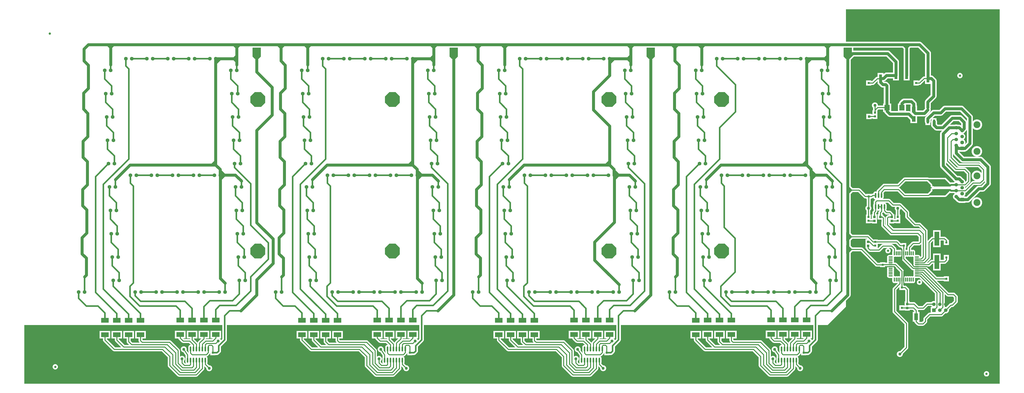
<source format=gtl>
%FSLAX24Y24*%
%MOIN*%
G70*
G01*
G75*
G04 Layer_Physical_Order=1*
G04 Layer_Color=255*
%ADD10R,0.0354X0.0354*%
%ADD11R,0.0630X0.0236*%
%ADD12R,0.0630X0.0236*%
%ADD13R,0.0394X0.0394*%
%ADD14O,0.0217X0.0689*%
%ADD15O,0.0689X0.0217*%
%ADD16R,0.1299X0.0787*%
%ADD17O,0.0236X0.0866*%
%ADD18R,0.0492X0.1201*%
%ADD19R,0.2185X0.2559*%
%ADD20R,0.0472X0.1378*%
%ADD21R,0.0335X0.0669*%
%ADD22R,0.0866X0.0925*%
%ADD23C,0.0394*%
%ADD24R,0.0630X0.1181*%
%ADD25R,0.0335X0.0335*%
%ADD26R,0.0787X0.2362*%
%ADD27O,0.0236X0.0866*%
%ADD28R,0.0610X0.0925*%
%ADD29C,0.0150*%
%ADD30C,0.0500*%
%ADD31C,0.0250*%
%ADD32C,0.0300*%
%ADD33C,0.0100*%
%ADD34R,0.0591X0.0591*%
%ADD35C,0.0591*%
%ADD36C,0.1161*%
%ADD37C,0.0630*%
%ADD38C,0.0591*%
%ADD39R,0.0591X0.0591*%
%ADD40P,0.2706X8X22.5*%
%ADD41C,0.0500*%
G36*
X156650Y33724D02*
X154265D01*
Y33674D01*
X153750D01*
Y33724D01*
X153700D01*
Y34042D01*
X153432D01*
X152700Y34774D01*
Y34774D01*
X155600D01*
X156650Y33724D01*
D02*
G37*
G36*
X34378Y35493D02*
X33549Y34664D01*
X33318Y34760D01*
Y36226D01*
X33549Y36322D01*
X34378Y35493D01*
D02*
G37*
G36*
X67606D02*
X66777Y34664D01*
X66546Y34760D01*
Y36226D01*
X66777Y36322D01*
X67606Y35493D01*
D02*
G37*
G36*
X162320Y34486D02*
Y34259D01*
X161766Y33704D01*
X161274D01*
X161144Y33687D01*
X161022Y33637D01*
X160918Y33557D01*
X159216Y31854D01*
X159020D01*
Y31895D01*
X158810D01*
X158877Y31947D01*
X158968Y32065D01*
X159025Y32203D01*
X159044Y32350D01*
X159025Y32497D01*
X159015Y32522D01*
D01*
D01*
D01*
Y32522D01*
Y32522D01*
Y32522D01*
X159024D01*
X159067Y32528D01*
X159109Y32533D01*
X159149Y32550D01*
X159188Y32566D01*
X159256Y32618D01*
X160460Y33822D01*
X161524D01*
X161567Y33828D01*
X161609Y33833D01*
X161649Y33850D01*
X161688Y33866D01*
X161756Y33918D01*
X162306Y34468D01*
X162320Y34486D01*
D01*
D02*
G37*
G36*
X154265Y32976D02*
X156550D01*
Y32976D01*
X155624Y32050D01*
X152824D01*
X153432Y32658D01*
X153700D01*
Y32976D01*
X153750D01*
Y33026D01*
X154265D01*
Y32976D01*
D02*
G37*
G36*
X139974Y32950D02*
Y32930D01*
X139185Y32141D01*
X138954Y32237D01*
Y33659D01*
X139186Y33754D01*
X139974Y32950D01*
D02*
G37*
G36*
X153159Y33852D02*
X153186Y33788D01*
Y33356D01*
X153594D01*
X153608Y33350D01*
D01*
X153608D01*
X153608D01*
X153608Y33350D01*
X153594Y33344D01*
X153186D01*
Y32875D01*
X152689Y32378D01*
X148882D01*
X147978Y33282D01*
X147910Y33334D01*
X147871Y33350D01*
X147831Y33367D01*
X147789Y33372D01*
X147757Y33376D01*
Y33376D01*
X147767Y33378D01*
X147809Y33383D01*
X147849Y33400D01*
X147888Y33416D01*
X147956Y33468D01*
X148910Y34422D01*
X152589D01*
X153159Y33852D01*
D02*
G37*
G36*
X100708Y35618D02*
Y35368D01*
X100004Y34664D01*
X99773Y34760D01*
Y34833D01*
X99643Y34887D01*
Y35389D01*
Y36122D01*
X99773Y36176D01*
Y36226D01*
X100004Y36322D01*
X100708Y35618D01*
D02*
G37*
G36*
X99139Y37933D02*
Y37200D01*
X98406D01*
X98310Y37431D01*
X98908Y38029D01*
X99139Y37933D01*
D02*
G37*
G36*
X132366D02*
Y37200D01*
X131633D01*
X131537Y37431D01*
X132135Y38029D01*
X132366Y37933D01*
D02*
G37*
G36*
X155793Y37618D02*
X157193Y36218D01*
X157261Y36166D01*
X157300Y36150D01*
X157340Y36133D01*
X157382Y36128D01*
X157424Y36122D01*
X158789D01*
X159247Y35664D01*
Y34586D01*
X159023Y34362D01*
X159006Y34492D01*
X158951Y34625D01*
X158863Y34739D01*
X158749Y34826D01*
X158684Y34853D01*
X158331Y35207D01*
X158227Y35287D01*
X158105Y35337D01*
X157974Y35354D01*
X157684D01*
X155779Y37259D01*
Y37636D01*
X155779Y37636D01*
Y37636D01*
X155793Y37618D01*
D02*
G37*
G36*
X65912Y37933D02*
Y37200D01*
X65179D01*
X65083Y37431D01*
X65681Y38029D01*
X65912Y37933D01*
D02*
G37*
G36*
X133933Y35618D02*
Y35368D01*
X133229Y34664D01*
X132998Y34760D01*
Y34833D01*
X132870Y34887D01*
Y35389D01*
Y36122D01*
X132998Y36176D01*
Y36226D01*
X133229Y36322D01*
X133933Y35618D01*
D02*
G37*
G36*
X156952Y40321D02*
X156971Y40277D01*
Y39200D01*
X156988Y39069D01*
X157038Y38947D01*
X157118Y38843D01*
X158218Y37743D01*
X158322Y37663D01*
X158444Y37613D01*
X158574Y37596D01*
X158574Y37596D01*
X161366D01*
X162320Y36641D01*
Y36614D01*
D01*
D01*
X162320D01*
X162306Y36632D01*
X161556Y37382D01*
X161488Y37434D01*
X161449Y37450D01*
X161409Y37467D01*
X161367Y37472D01*
X161324Y37478D01*
X158060D01*
X156952Y38586D01*
Y40321D01*
D01*
D02*
G37*
G36*
X32685Y37933D02*
Y37200D01*
X31952D01*
X31856Y37431D01*
X32454Y38029D01*
X32685Y37933D01*
D02*
G37*
G36*
X148121Y29840D02*
X148884Y29077D01*
Y28463D01*
X148890Y28420D01*
X148895Y28378D01*
X148912Y28338D01*
X148928Y28299D01*
X148980Y28231D01*
X150305Y26906D01*
X150373Y26854D01*
X150413Y26837D01*
X150452Y26821D01*
X150495Y26815D01*
X150537Y26810D01*
X151151D01*
X151997Y25964D01*
Y25941D01*
X151997Y25941D01*
X151506Y26432D01*
X151438Y26484D01*
X151399Y26500D01*
X151359Y26517D01*
X151317Y26522D01*
X151274Y26528D01*
X146910D01*
X146202Y27236D01*
Y27319D01*
X147071D01*
Y27438D01*
X147207D01*
Y27368D01*
X148042D01*
Y27998D01*
Y28832D01*
X147952D01*
Y29521D01*
X147981Y29543D01*
X148061Y29648D01*
X148112Y29769D01*
X148121Y29840D01*
X148121D01*
X148121D01*
X148121D01*
D02*
G37*
G36*
X151597Y23859D02*
Y21836D01*
X151452Y21691D01*
X151452Y21691D01*
D01*
D01*
D01*
X151445Y21739D01*
X151409Y21826D01*
X151352Y21901D01*
X151277Y21958D01*
X151190Y21994D01*
X151096Y22007D01*
X150624D01*
X150564Y21999D01*
Y21999D01*
X150572Y22059D01*
Y22531D01*
X150559Y22625D01*
X150523Y22712D01*
X150466Y22787D01*
X150391Y22844D01*
X150304Y22880D01*
X150210Y22892D01*
X150117Y22880D01*
X150053Y22854D01*
X149989Y22880D01*
X149902Y22892D01*
Y23164D01*
X150360Y23622D01*
X151224D01*
X151267Y23628D01*
X151309Y23633D01*
X151349Y23650D01*
X151388Y23666D01*
X151456Y23718D01*
X151597Y23859D01*
D01*
D02*
G37*
G36*
X148302Y21857D02*
Y21344D01*
X148308Y21302D01*
X148313Y21260D01*
X148330Y21220D01*
X148346Y21181D01*
X148398Y21113D01*
X149993Y19518D01*
X150061Y19466D01*
X150100Y19450D01*
X150140Y19433D01*
X150182Y19428D01*
X150224Y19422D01*
X150265D01*
X150275Y19347D01*
X150301Y19283D01*
X150275Y19219D01*
X150262Y19126D01*
X150275Y19032D01*
X150301Y18968D01*
X150275Y18904D01*
X150262Y18811D01*
X150275Y18717D01*
X150301Y18653D01*
X150275Y18589D01*
X150262Y18496D01*
X150270Y18436D01*
X150270D01*
X150210Y18444D01*
X150117Y18431D01*
X150053Y18405D01*
X149989Y18431D01*
X149895Y18444D01*
X149802Y18431D01*
X149738Y18405D01*
X149674Y18431D01*
X149580Y18444D01*
X149487Y18431D01*
X149423Y18405D01*
X149359Y18431D01*
X149265Y18444D01*
X149172Y18431D01*
X149108Y18405D01*
X149044Y18431D01*
X148950Y18444D01*
X148857Y18431D01*
X148770Y18395D01*
X148695Y18338D01*
X148652Y18282D01*
X148652Y18282D01*
Y18282D01*
Y19300D01*
X148652D01*
X148652D01*
X148652D01*
X148652Y19300D01*
X148652D01*
X148652Y19300D01*
D01*
X148641Y19385D01*
X148618Y19441D01*
X148608Y19464D01*
X148586Y19493D01*
X148556Y19532D01*
X147471Y20617D01*
X147403Y20669D01*
X147363Y20686D01*
X147324Y20702D01*
X147281Y20708D01*
X147239Y20713D01*
X147007D01*
X146996Y20794D01*
X146970Y20858D01*
X146996Y20922D01*
X147009Y21015D01*
X146996Y21109D01*
X146970Y21173D01*
X146996Y21237D01*
X147009Y21330D01*
X146996Y21424D01*
X146970Y21488D01*
X146996Y21552D01*
X147009Y21645D01*
X147001Y21705D01*
X147001D01*
X147001D01*
X147001D01*
Y21705D01*
Y21705D01*
Y21705D01*
X147061Y21697D01*
X147154Y21710D01*
X147218Y21736D01*
X147282Y21710D01*
X147376Y21697D01*
X147469Y21710D01*
X147533Y21736D01*
X147597Y21710D01*
X147691Y21697D01*
X147784Y21710D01*
X147848Y21736D01*
X147912Y21710D01*
X148006Y21697D01*
X148099Y21710D01*
X148186Y21746D01*
X148261Y21803D01*
X148302Y21857D01*
Y21857D01*
D02*
G37*
G36*
X149802Y21710D02*
X149895Y21697D01*
X149989Y21710D01*
X150053Y21736D01*
X150117Y21710D01*
X150210Y21697D01*
X150270Y21705D01*
X150270D01*
X150262Y21645D01*
X150275Y21552D01*
X150301Y21488D01*
X150275Y21424D01*
X150262Y21330D01*
X150275Y21237D01*
X150301Y21173D01*
X150275Y21109D01*
X150262Y21015D01*
X150275Y20922D01*
X150301Y20858D01*
X150275Y20794D01*
X150262Y20700D01*
X150275Y20607D01*
X150301Y20543D01*
X150275Y20479D01*
X150262Y20385D01*
X150275Y20292D01*
X150311Y20205D01*
X150368Y20130D01*
X150436Y20078D01*
X150436Y20078D01*
X150436D01*
D01*
X150360D01*
X148958Y21480D01*
Y21698D01*
X149044Y21710D01*
X149108Y21736D01*
X149172Y21710D01*
X149265Y21697D01*
X149359Y21710D01*
X149423Y21736D01*
X149487Y21710D01*
X149580Y21697D01*
X149674Y21710D01*
X149738Y21736D01*
X149802Y21710D01*
D02*
G37*
G36*
X147997Y19164D02*
Y18442D01*
X147912Y18431D01*
X147848Y18405D01*
X147784Y18431D01*
X147691Y18444D01*
X147597Y18431D01*
X147533Y18405D01*
X147469Y18431D01*
X147376Y18444D01*
X147282Y18431D01*
X147218Y18405D01*
X147154Y18431D01*
X147061Y18444D01*
X147001Y18436D01*
X147001D01*
X147009Y18496D01*
X146996Y18589D01*
X146970Y18653D01*
X146996Y18717D01*
X147009Y18811D01*
X146996Y18904D01*
X146970Y18968D01*
X146996Y19032D01*
X147009Y19126D01*
X146996Y19219D01*
X146970Y19283D01*
X146996Y19347D01*
X147009Y19441D01*
X146996Y19534D01*
X146970Y19598D01*
X146996Y19662D01*
X147009Y19756D01*
X146996Y19849D01*
X146960Y19936D01*
X146903Y20011D01*
X146842Y20058D01*
X146842D01*
Y20058D01*
X147103D01*
X147997Y19164D01*
D02*
G37*
G36*
X153336Y13311D02*
X153421Y13245D01*
X153421Y13245D01*
X153421D01*
D01*
X153179D01*
Y12278D01*
X152974D01*
X152900Y12268D01*
X152890Y12267D01*
X152866Y12257D01*
X152811Y12234D01*
X152772Y12204D01*
X152743Y12182D01*
X152043Y11482D01*
X151991Y11414D01*
X151974Y11374D01*
X151958Y11335D01*
X151952Y11292D01*
X151947Y11250D01*
Y10936D01*
X151739Y10728D01*
X151260D01*
X151236Y10752D01*
D01*
X151236D01*
Y10752D01*
X151289D01*
Y12433D01*
X151052D01*
Y12650D01*
X151043Y12722D01*
X151043D01*
D01*
D01*
Y12722D01*
Y12722D01*
Y12722D01*
X151915D01*
X151957Y12728D01*
X152000Y12733D01*
X152039Y12750D01*
X152079Y12766D01*
X152147Y12818D01*
X152735Y13407D01*
X153262D01*
X153336Y13311D01*
D02*
G37*
G36*
X155552Y15409D02*
X155863Y15098D01*
X155892Y15076D01*
X155931Y15046D01*
X156010Y15013D01*
X156094Y15002D01*
X156929D01*
X157097Y14834D01*
Y14286D01*
X156689Y13878D01*
X156574D01*
X156490Y13867D01*
X156434Y13843D01*
X156411Y13834D01*
X156381Y13811D01*
X156343Y13782D01*
X155801Y13240D01*
X155724Y13250D01*
X155582Y13231D01*
X155552Y13219D01*
Y13219D01*
Y15409D01*
X155552D01*
X155552D01*
X155552D01*
D02*
G37*
G36*
X153897Y15514D02*
Y14219D01*
X153897Y14219D01*
X153867Y14231D01*
X153724Y14250D01*
X153582Y14231D01*
X153450Y14176D01*
X153336Y14089D01*
X153315Y14062D01*
X152599D01*
X152557Y14057D01*
X152515Y14051D01*
X152475Y14035D01*
X152436Y14019D01*
X152368Y13966D01*
X151779Y13378D01*
X151170D01*
X150581Y13966D01*
X150513Y14019D01*
X150474Y14035D01*
X150434Y14051D01*
X150392Y14057D01*
X150349Y14062D01*
X149671D01*
Y14181D01*
X149552D01*
Y16150D01*
X149541Y16235D01*
X149508Y16314D01*
X149479Y16352D01*
X149456Y16382D01*
X149091Y16747D01*
X149023Y16799D01*
X148984Y16815D01*
X148944Y16832D01*
X148902Y16837D01*
X148860Y16843D01*
X148752D01*
Y16942D01*
X148648D01*
Y17415D01*
X148648D01*
Y17415D01*
X148695Y17354D01*
X148770Y17297D01*
X148857Y17261D01*
X148950Y17248D01*
X149044Y17261D01*
X149108Y17287D01*
X149172Y17261D01*
X149265Y17248D01*
X149359Y17261D01*
X149423Y17287D01*
X149487Y17261D01*
X149580Y17248D01*
X149674Y17261D01*
X149738Y17287D01*
X149802Y17261D01*
X149895Y17248D01*
X149989Y17261D01*
X150053Y17287D01*
X150117Y17261D01*
X150210Y17248D01*
X150304Y17261D01*
X150391Y17297D01*
X150466Y17354D01*
X150523Y17429D01*
X150559Y17516D01*
X150572Y17610D01*
Y18082D01*
X150564Y18142D01*
X150564Y18142D01*
Y18142D01*
D01*
D01*
D01*
D01*
X150624Y18134D01*
X151096D01*
X151190Y18147D01*
X151241Y18168D01*
X151243D01*
X153897Y15514D01*
D02*
G37*
G36*
X142529Y24681D02*
Y24681D01*
X142178D01*
Y23788D01*
Y23119D01*
X142301D01*
X142302Y23108D01*
X142308Y23065D01*
X142324Y23026D01*
X142341Y22986D01*
X142393Y22918D01*
X142693Y22618D01*
X142722Y22596D01*
X142761Y22566D01*
X142840Y22533D01*
X142924Y22522D01*
X144454D01*
X144497Y22528D01*
X144539Y22533D01*
X144579Y22550D01*
X144618Y22566D01*
X144686Y22618D01*
X145270Y23202D01*
X146439D01*
X146733Y22908D01*
Y22676D01*
X146712Y22625D01*
X146699Y22531D01*
Y22059D01*
X146707Y21999D01*
X146707Y21999D01*
X146647Y22007D01*
X146175D01*
X146081Y21994D01*
X145994Y21958D01*
X145919Y21901D01*
X145862Y21826D01*
X145826Y21739D01*
X145814Y21645D01*
X145826Y21552D01*
X145852Y21488D01*
X145826Y21424D01*
X145814Y21330D01*
X145826Y21237D01*
X145852Y21173D01*
X145826Y21109D01*
X145814Y21015D01*
X145826Y20922D01*
X145852Y20858D01*
X145826Y20794D01*
X145815Y20713D01*
X145521D01*
Y20798D01*
X144667D01*
Y20699D01*
X144239D01*
X141756Y23182D01*
X141688Y23234D01*
X141649Y23250D01*
X141609Y23267D01*
X141567Y23272D01*
X141524Y23278D01*
X139980D01*
X139679Y23585D01*
Y24454D01*
X139997Y24772D01*
X142439D01*
X142529Y24681D01*
D02*
G37*
G36*
X145178Y29233D02*
X145493Y28918D01*
X145561Y28866D01*
X145640Y28833D01*
X145724Y28822D01*
X146139D01*
X146178Y28783D01*
Y28762D01*
X146059D01*
X145974Y28751D01*
X145895Y28719D01*
X145857Y28689D01*
X145827Y28666D01*
X145643Y28482D01*
X145591Y28414D01*
X145574Y28374D01*
X145558Y28335D01*
X145552Y28292D01*
X145547Y28250D01*
Y27100D01*
X145548Y27090D01*
X145548D01*
X145502Y27136D01*
Y28250D01*
X145491Y28335D01*
X145458Y28414D01*
X145429Y28452D01*
X145406Y28482D01*
X145222Y28666D01*
X145154Y28719D01*
X145121Y28732D01*
Y28881D01*
X145002D01*
Y29014D01*
X145106Y29118D01*
X145136Y29157D01*
X145158Y29186D01*
X145168Y29209D01*
X145178Y29233D01*
X145178D01*
D02*
G37*
G36*
X143506Y31712D02*
X143516Y31634D01*
X143553Y31544D01*
X143612Y31467D01*
X143689Y31408D01*
X143778Y31371D01*
X143826Y31365D01*
D01*
X143826D01*
D01*
Y31365D01*
X143643Y31182D01*
X143591Y31114D01*
X143574Y31074D01*
X143558Y31035D01*
X143552Y30992D01*
X143547Y30950D01*
Y30641D01*
X143516Y30566D01*
X143503Y30470D01*
Y29840D01*
X143516Y29744D01*
X143547Y29670D01*
Y29536D01*
X143443Y29432D01*
X143391Y29364D01*
X143374Y29324D01*
X143358Y29285D01*
X143352Y29242D01*
X143347Y29200D01*
Y28881D01*
X143228D01*
Y28212D01*
Y28093D01*
X143092D01*
Y28832D01*
X143002D01*
Y29521D01*
X143031Y29543D01*
X143111Y29648D01*
X143162Y29769D01*
X143179Y29900D01*
X143162Y30031D01*
X143111Y30152D01*
X143052Y30229D01*
Y31458D01*
X143152D01*
Y31557D01*
X143215D01*
X143257Y31563D01*
X143300Y31568D01*
X143339Y31585D01*
X143379Y31601D01*
X143446Y31653D01*
X143506Y31712D01*
D01*
D02*
G37*
G36*
X146593Y30218D02*
X146622Y30196D01*
X146661Y30166D01*
X146716Y30143D01*
X146740Y30133D01*
X146750Y30132D01*
X146824Y30122D01*
X147175D01*
X147175D01*
X147137Y30031D01*
X147120Y29900D01*
X147137Y29769D01*
X147188Y29648D01*
X147268Y29543D01*
X147297Y29521D01*
Y28832D01*
X147207D01*
Y28202D01*
Y28093D01*
X147071D01*
Y28212D01*
Y28881D01*
X146942D01*
X146941Y28885D01*
X146932Y28908D01*
X146908Y28964D01*
X146879Y29002D01*
X146856Y29032D01*
X146506Y29382D01*
X146438Y29434D01*
X146399Y29450D01*
X146359Y29467D01*
X146317Y29472D01*
X146274Y29478D01*
X145860D01*
X145702Y29636D01*
Y29670D01*
X145733Y29744D01*
X145746Y29840D01*
Y30470D01*
X145733Y30566D01*
X145696Y30656D01*
X145637Y30733D01*
X145560Y30792D01*
X145486Y30822D01*
D01*
X145989D01*
X146593Y30218D01*
D02*
G37*
G36*
X139944Y25100D02*
Y25080D01*
X139155Y24291D01*
X138924Y24387D01*
Y25809D01*
X139156Y25904D01*
X139944Y25100D01*
D02*
G37*
G36*
Y22950D02*
Y22930D01*
X139155Y22141D01*
X138924Y22237D01*
Y23659D01*
X139156Y23754D01*
X139944Y22950D01*
D02*
G37*
G36*
X147833Y23368D02*
X147901Y23316D01*
X147980Y23283D01*
X148064Y23272D01*
X148217D01*
Y23164D01*
X148308D01*
Y22726D01*
D01*
D01*
X148308D01*
X148261Y22787D01*
X148186Y22844D01*
X148099Y22880D01*
X148006Y22892D01*
X147912Y22880D01*
X147848Y22854D01*
X147784Y22880D01*
X147691Y22892D01*
X147597Y22880D01*
X147533Y22854D01*
X147469Y22880D01*
X147388Y22891D01*
Y23044D01*
X147383Y23086D01*
X147377Y23129D01*
X147361Y23168D01*
X147345Y23208D01*
X147315Y23246D01*
X147292Y23276D01*
X146806Y23762D01*
X146738Y23814D01*
X146699Y23830D01*
X146659Y23847D01*
X146617Y23852D01*
X146574Y23858D01*
X145134D01*
X145050Y23847D01*
X144971Y23814D01*
X144932Y23784D01*
X144903Y23762D01*
X144319Y23178D01*
X144242D01*
Y23798D01*
Y23887D01*
X147314D01*
X147833Y23368D01*
D02*
G37*
G36*
X141908Y31653D02*
X141937Y31631D01*
X141976Y31601D01*
X142031Y31578D01*
X142055Y31568D01*
X142064Y31567D01*
X142139Y31557D01*
X142297D01*
Y31458D01*
X142397D01*
Y30317D01*
X142318Y30257D01*
X142238Y30152D01*
X142187Y30031D01*
X142170Y29900D01*
X142187Y29769D01*
X142238Y29648D01*
X142318Y29543D01*
X142347Y29521D01*
Y28832D01*
X142257D01*
Y27998D01*
Y27368D01*
X143092D01*
Y27438D01*
X143228D01*
Y27319D01*
X144121D01*
Y27988D01*
Y28881D01*
X144002D01*
Y29064D01*
X144106Y29168D01*
X144136Y29207D01*
X144158Y29236D01*
X144168Y29259D01*
X144191Y29315D01*
X144202Y29400D01*
Y29513D01*
X144202D01*
D01*
D01*
Y29513D01*
X144278Y29482D01*
X144374Y29469D01*
X144471Y29482D01*
X144547Y29513D01*
D01*
Y29486D01*
X144443Y29382D01*
X144391Y29314D01*
X144374Y29274D01*
X144358Y29235D01*
X144352Y29192D01*
X144347Y29150D01*
Y28881D01*
X144228D01*
Y27988D01*
X144847D01*
Y27000D01*
X144852Y26958D01*
X144858Y26915D01*
X144874Y26876D01*
X144891Y26836D01*
X144943Y26768D01*
X146293Y25418D01*
X146322Y25396D01*
X146361Y25366D01*
X146440Y25333D01*
X146524Y25322D01*
X150889D01*
X151147Y25064D01*
Y24336D01*
X151089Y24278D01*
X150224D01*
X150140Y24267D01*
X150061Y24234D01*
X149993Y24182D01*
X149343Y23532D01*
X149291Y23464D01*
X149274Y23424D01*
X149258Y23385D01*
X149252Y23342D01*
X149247Y23300D01*
Y22890D01*
X149172Y22880D01*
X149108Y22854D01*
X149044Y22880D01*
X148963Y22891D01*
Y23164D01*
X149071D01*
Y24018D01*
X148217D01*
Y23928D01*
X148200D01*
X147681Y24447D01*
X147613Y24499D01*
X147574Y24515D01*
X147534Y24532D01*
X147492Y24537D01*
X147450Y24543D01*
X144242D01*
Y24632D01*
X143506D01*
X142806Y25332D01*
X142738Y25384D01*
X142699Y25400D01*
X142659Y25417D01*
X142617Y25422D01*
X142574Y25428D01*
X139980D01*
X139679Y25735D01*
Y32274D01*
X140027Y32622D01*
X140939D01*
X141908Y31653D01*
D02*
G37*
G36*
X156393Y38218D02*
X157693Y36918D01*
X157731Y36889D01*
X157761Y36866D01*
X157784Y36857D01*
X157840Y36833D01*
X157924Y36822D01*
X161189D01*
X161747Y36264D01*
Y35793D01*
Y35793D01*
Y35793D01*
X161747D01*
X161718Y35847D01*
X161607Y35982D01*
X161471Y36093D01*
X161317Y36176D01*
X161149Y36227D01*
X160974Y36244D01*
X160800Y36227D01*
X160632Y36176D01*
X160478Y36093D01*
X160342Y35982D01*
X160231Y35847D01*
X160148Y35692D01*
X160098Y35524D01*
X160080Y35350D01*
X160098Y35176D01*
X160148Y35008D01*
X160231Y34853D01*
X160342Y34718D01*
X160478Y34607D01*
X160632Y34524D01*
X160785Y34478D01*
D01*
D01*
X160324D01*
X160240Y34467D01*
X160184Y34443D01*
X160161Y34434D01*
X160131Y34411D01*
X160093Y34382D01*
X159019Y33308D01*
D01*
D01*
X159024Y33350D01*
X159006Y33492D01*
X158992Y33525D01*
Y33525D01*
Y33525D01*
D01*
D01*
D01*
Y33525D01*
X159017Y33528D01*
X159059Y33533D01*
X159099Y33550D01*
X159138Y33566D01*
X159206Y33618D01*
X159806Y34218D01*
X159829Y34248D01*
X159858Y34286D01*
X159875Y34326D01*
X159891Y34365D01*
X159897Y34408D01*
X159902Y34450D01*
Y35800D01*
X159891Y35885D01*
X159858Y35964D01*
X159806Y36032D01*
X159156Y36682D01*
X159088Y36734D01*
X159049Y36750D01*
X159009Y36767D01*
X158967Y36772D01*
X158924Y36778D01*
X157560D01*
X156352Y37986D01*
Y38271D01*
X156352Y38271D01*
Y38271D01*
X156393Y38218D01*
D02*
G37*
G36*
X77639Y57489D02*
X76810Y56660D01*
X75981Y57489D01*
X76076Y57720D01*
X77543D01*
X77639Y57489D01*
D02*
G37*
G36*
X44412D02*
X43583Y56660D01*
X42754Y57489D01*
X42849Y57720D01*
X44316D01*
X44412Y57489D01*
D02*
G37*
G36*
X36927Y57479D02*
X36123Y56690D01*
X36103D01*
X35314Y57479D01*
X35409Y57710D01*
X36832D01*
X36927Y57479D01*
D02*
G37*
G36*
X15668D02*
X14864Y56690D01*
X14844D01*
X14055Y57479D01*
X14151Y57710D01*
X15574D01*
X15668Y57479D01*
D02*
G37*
G36*
X73420Y55500D02*
X73020Y55100D01*
X72420D01*
X72020Y55500D01*
Y56996D01*
X73420D01*
Y55500D01*
D02*
G37*
G36*
X40193D02*
X39793Y55100D01*
X39193D01*
X38793Y55500D01*
Y56996D01*
X40193D01*
Y55500D01*
D02*
G37*
G36*
X139874D02*
X139474Y55100D01*
X138874D01*
X138474Y55500D01*
Y56996D01*
X139874D01*
Y55500D01*
D02*
G37*
G36*
X106647D02*
X106247Y55100D01*
X105647D01*
X105247Y55500D01*
Y56996D01*
X106647D01*
Y55500D01*
D02*
G37*
G36*
X136608Y57479D02*
X135804Y56690D01*
X135784D01*
X134995Y57479D01*
X135090Y57710D01*
X136513D01*
X136608Y57479D01*
D02*
G37*
G36*
X115349D02*
X114545Y56690D01*
X114525D01*
X113736Y57479D01*
X113832Y57710D01*
X115255D01*
X115349Y57479D01*
D02*
G37*
G36*
X110866Y57489D02*
X110162Y56785D01*
X109912D01*
X109208Y57489D01*
X109303Y57720D01*
X110770D01*
X110866Y57489D01*
D02*
G37*
G36*
X149909Y57489D02*
X149104Y56700D01*
X149084D01*
X148295Y57489D01*
X148391Y57720D01*
X149814D01*
X149909Y57489D01*
D02*
G37*
G36*
X70154Y57479D02*
X69350Y56690D01*
X69330D01*
X68541Y57479D01*
X68636Y57710D01*
X70059D01*
X70154Y57479D01*
D02*
G37*
G36*
X48895D02*
X48091Y56690D01*
X48071D01*
X47282Y57479D01*
X47378Y57710D01*
X48801D01*
X48895Y57479D01*
D02*
G37*
G36*
X103381D02*
X102577Y56690D01*
X102557D01*
X101768Y57479D01*
X101863Y57710D01*
X103286D01*
X103381Y57479D01*
D02*
G37*
G36*
X82122D02*
X81318Y56690D01*
X81298D01*
X80509Y57479D01*
X80605Y57710D01*
X82028D01*
X82122Y57479D01*
D02*
G37*
G36*
X136054Y55862D02*
Y54396D01*
X135824Y54300D01*
X135119Y55004D01*
Y55254D01*
X135824Y55958D01*
X136054Y55862D01*
D02*
G37*
G36*
X164822Y303D02*
X303D01*
Y10190D01*
X33705D01*
Y7857D01*
X33471Y7623D01*
Y7623D01*
Y7623D01*
Y7623D01*
X33471D01*
X33470Y7631D01*
X33420Y7752D01*
X33340Y7857D01*
X33237Y7936D01*
D01*
Y7936D01*
X33483D01*
Y9223D01*
X31684D01*
Y7936D01*
X32055D01*
D01*
X32055D01*
X32055Y7936D01*
X31947Y7828D01*
X30902D01*
Y7828D01*
X30905Y7858D01*
X30911Y7900D01*
Y7936D01*
X31483D01*
Y9223D01*
X29684D01*
Y7936D01*
X30155D01*
D01*
D01*
X30155Y7936D01*
X29601Y7382D01*
X29549Y7314D01*
X29533Y7274D01*
X29517Y7235D01*
X29516Y7231D01*
X29516D01*
Y7231D01*
X28911Y7836D01*
Y7936D01*
X29483D01*
Y9223D01*
X27684D01*
Y7936D01*
X28255D01*
Y7818D01*
X28255Y7818D01*
X28226Y7822D01*
X28183Y7828D01*
X27219D01*
X27111Y7936D01*
D01*
X27111D01*
X27111Y7936D01*
X27483D01*
Y9223D01*
X25684D01*
Y7936D01*
X26264D01*
X26267Y7915D01*
X26283Y7876D01*
X26299Y7836D01*
X26351Y7768D01*
X26851Y7268D01*
X26919Y7216D01*
X26998Y7183D01*
X27083Y7172D01*
X28047D01*
X28397Y6823D01*
D01*
X28333Y6831D01*
X28237Y6818D01*
X28148Y6781D01*
X28071Y6722D01*
X28012Y6645D01*
X27975Y6556D01*
X27962Y6460D01*
Y5830D01*
X27975Y5734D01*
X28005Y5659D01*
Y5479D01*
D01*
Y5479D01*
X28005Y5479D01*
X27670Y5969D01*
X27670Y5969D01*
X27688Y6100D01*
X27670Y6231D01*
X27620Y6352D01*
X27540Y6457D01*
X27435Y6537D01*
X27314Y6587D01*
X27183Y6604D01*
X27053Y6587D01*
X26931Y6537D01*
X26827Y6457D01*
X26746Y6352D01*
X26696Y6231D01*
X26679Y6100D01*
X26696Y5969D01*
X26746Y5848D01*
X26827Y5743D01*
X26931Y5663D01*
X27053Y5613D01*
X27126Y5603D01*
X27505Y5049D01*
Y4741D01*
X27475Y4666D01*
X27462Y4570D01*
Y3940D01*
X27475Y3844D01*
X27512Y3755D01*
X27532Y3728D01*
X27532Y3728D01*
X27419D01*
X27211Y3936D01*
Y4121D01*
X27240Y4143D01*
X27320Y4248D01*
X27370Y4369D01*
X27388Y4500D01*
X27370Y4631D01*
X27320Y4752D01*
X27240Y4857D01*
X27135Y4937D01*
X27014Y4987D01*
X26883Y5004D01*
X26753Y4987D01*
X26631Y4937D01*
X26541Y4868D01*
X26541Y4868D01*
D01*
D01*
Y5890D01*
X26535Y5932D01*
X26530Y5975D01*
X26514Y6014D01*
X26497Y6054D01*
X26468Y6092D01*
X26445Y6122D01*
X25035Y7532D01*
X24967Y7584D01*
X24928Y7600D01*
X24888Y7617D01*
X24846Y7622D01*
X24803Y7628D01*
X20291D01*
X20212Y7707D01*
Y7907D01*
X20784D01*
Y9194D01*
X18985D01*
Y7907D01*
X19557D01*
Y7571D01*
X19562Y7529D01*
X19568Y7486D01*
X19584Y7447D01*
X19601Y7407D01*
X19653Y7339D01*
X19764Y7228D01*
Y7228D01*
X18523D01*
X18212Y7538D01*
Y7907D01*
X18784D01*
Y9194D01*
X16985D01*
Y7907D01*
X17557D01*
Y7402D01*
X17562Y7360D01*
X17568Y7318D01*
X17584Y7278D01*
X17601Y7239D01*
X17653Y7171D01*
X17995Y6828D01*
X17995D01*
X17191D01*
X16212Y7807D01*
Y7907D01*
X16784D01*
Y9194D01*
X14985D01*
Y7907D01*
X15557D01*
Y7671D01*
X15562Y7629D01*
X15568Y7586D01*
X15584Y7547D01*
X15601Y7507D01*
X15653Y7439D01*
X16664Y6428D01*
X16664Y6428D01*
X15591D01*
X14212Y7807D01*
Y7907D01*
X14784D01*
Y9194D01*
X12985D01*
Y7907D01*
X13557D01*
Y7671D01*
X13562Y7629D01*
X13568Y7586D01*
X13584Y7547D01*
X13601Y7507D01*
X13653Y7439D01*
X15224Y5868D01*
X15292Y5816D01*
X15371Y5783D01*
X15456Y5772D01*
X23467D01*
X24485Y4754D01*
Y3370D01*
X24491Y3328D01*
X24497Y3285D01*
X24513Y3246D01*
X24529Y3206D01*
X24581Y3138D01*
X26151Y1568D01*
X26181Y1546D01*
X26219Y1516D01*
X26298Y1483D01*
X26383Y1472D01*
X29283D01*
X29326Y1478D01*
X29368Y1483D01*
X29408Y1500D01*
X29447Y1516D01*
X29515Y1568D01*
X30565Y2618D01*
X30588Y2648D01*
X30617Y2686D01*
X30650Y2765D01*
X30661Y2850D01*
Y3259D01*
X30661D01*
X30661D01*
X30661D01*
X30984Y2936D01*
X30979Y2900D01*
X30996Y2769D01*
X31047Y2648D01*
X31127Y2543D01*
X31231Y2463D01*
X31353Y2413D01*
X31483Y2396D01*
X31614Y2413D01*
X31735Y2463D01*
X31840Y2543D01*
X31920Y2648D01*
X31970Y2769D01*
X31988Y2900D01*
X31970Y3031D01*
X31920Y3152D01*
X31840Y3257D01*
X31735Y3337D01*
X31614Y3387D01*
X31483Y3404D01*
X31447Y3400D01*
X31161Y3686D01*
Y3770D01*
X31192Y3844D01*
X31205Y3940D01*
Y4570D01*
X31192Y4666D01*
X31155Y4756D01*
X31096Y4833D01*
X31035Y4879D01*
D01*
D01*
D01*
X31068Y4883D01*
X31108Y4900D01*
X31147Y4916D01*
X31215Y4968D01*
X31215Y4968D01*
X31215Y4968D01*
X31565Y5318D01*
X31617Y5386D01*
X31650Y5465D01*
X31656Y5512D01*
D01*
Y5088D01*
X32510D01*
Y5137D01*
X32798D01*
X32896Y5150D01*
X32987Y5187D01*
X33066Y5247D01*
X33351Y5533D01*
X33411Y5611D01*
X33449Y5702D01*
X33461Y5800D01*
Y6543D01*
X34351Y7433D01*
X34411Y7511D01*
X34438Y7575D01*
X34449Y7602D01*
X34461Y7700D01*
Y10190D01*
X66932D01*
Y7857D01*
X66698Y7623D01*
Y7623D01*
Y7623D01*
Y7623D01*
X66698D01*
X66697Y7631D01*
X66647Y7752D01*
X66567Y7857D01*
X66464Y7936D01*
D01*
Y7936D01*
X66710D01*
Y9223D01*
X64911D01*
Y7936D01*
X65283D01*
D01*
X65283D01*
X65283Y7936D01*
X65175Y7828D01*
X64129D01*
Y7828D01*
X64133Y7858D01*
X64138Y7900D01*
Y7936D01*
X64710D01*
Y9223D01*
X62911D01*
Y7936D01*
X63383D01*
D01*
D01*
X63383Y7936D01*
X62829Y7382D01*
X62776Y7314D01*
X62760Y7274D01*
X62744Y7235D01*
X62743Y7231D01*
X62743D01*
Y7231D01*
X62138Y7836D01*
Y7936D01*
X62710D01*
Y9223D01*
X60911D01*
Y7936D01*
X61483D01*
Y7818D01*
X61483Y7818D01*
X61453Y7822D01*
X61410Y7828D01*
X60446D01*
X60338Y7936D01*
D01*
X60338D01*
X60338Y7936D01*
X60710D01*
Y9223D01*
X58911D01*
Y7936D01*
X59491D01*
X59494Y7915D01*
X59510Y7876D01*
X59526Y7836D01*
X59579Y7768D01*
X60079Y7268D01*
X60146Y7216D01*
X60225Y7183D01*
X60310Y7172D01*
X61275D01*
X61624Y6823D01*
D01*
X61560Y6831D01*
X61464Y6818D01*
X61375Y6781D01*
X61298Y6722D01*
X61239Y6645D01*
X61202Y6556D01*
X61189Y6460D01*
Y5830D01*
X61202Y5734D01*
X61233Y5659D01*
Y5479D01*
D01*
Y5479D01*
X61233Y5479D01*
X60897Y5969D01*
X60897Y5969D01*
X60915Y6100D01*
X60897Y6231D01*
X60847Y6352D01*
X60767Y6457D01*
X60662Y6537D01*
X60541Y6587D01*
X60410Y6604D01*
X60280Y6587D01*
X60158Y6537D01*
X60054Y6457D01*
X59974Y6352D01*
X59923Y6231D01*
X59906Y6100D01*
X59923Y5969D01*
X59974Y5848D01*
X60054Y5743D01*
X60158Y5663D01*
X60280Y5613D01*
X60353Y5603D01*
X60733Y5049D01*
Y4741D01*
X60702Y4666D01*
X60689Y4570D01*
Y3940D01*
X60702Y3844D01*
X60739Y3755D01*
X60759Y3728D01*
X60759Y3728D01*
X60646D01*
X60438Y3936D01*
Y4121D01*
X60467Y4143D01*
X60547Y4248D01*
X60597Y4369D01*
X60615Y4500D01*
X60597Y4631D01*
X60547Y4752D01*
X60467Y4857D01*
X60362Y4937D01*
X60241Y4987D01*
X60110Y5004D01*
X59980Y4987D01*
X59858Y4937D01*
X59768Y4868D01*
X59768Y4868D01*
D01*
D01*
Y5890D01*
X59763Y5932D01*
X59757Y5975D01*
X59741Y6014D01*
X59724Y6054D01*
X59695Y6092D01*
X59672Y6122D01*
X58262Y7532D01*
X58194Y7584D01*
X58155Y7600D01*
X58115Y7617D01*
X58073Y7622D01*
X58030Y7628D01*
X53518D01*
X53439Y7707D01*
Y7907D01*
X54011D01*
Y9194D01*
X52212D01*
Y7907D01*
X52784D01*
Y7571D01*
X52789Y7529D01*
X52795Y7486D01*
X52811Y7447D01*
X52828Y7407D01*
X52880Y7339D01*
X52991Y7228D01*
Y7228D01*
X51750D01*
X51439Y7538D01*
Y7907D01*
X52011D01*
Y9194D01*
X50212D01*
Y7907D01*
X50784D01*
Y7402D01*
X50789Y7360D01*
X50795Y7318D01*
X50811Y7278D01*
X50828Y7239D01*
X50880Y7171D01*
X51223Y6828D01*
X51223D01*
X50418D01*
X49439Y7807D01*
Y7907D01*
X50011D01*
Y9194D01*
X48212D01*
Y7907D01*
X48784D01*
Y7671D01*
X48789Y7629D01*
X48795Y7586D01*
X48811Y7547D01*
X48828Y7507D01*
X48880Y7439D01*
X49891Y6428D01*
X49891Y6428D01*
X48818D01*
X47439Y7807D01*
Y7907D01*
X48011D01*
Y9194D01*
X46212D01*
Y7907D01*
X46784D01*
Y7671D01*
X46789Y7629D01*
X46795Y7586D01*
X46811Y7547D01*
X46828Y7507D01*
X46880Y7439D01*
X48451Y5868D01*
X48519Y5816D01*
X48598Y5783D01*
X48683Y5772D01*
X56695D01*
X57713Y4754D01*
Y3370D01*
X57718Y3328D01*
X57724Y3285D01*
X57740Y3246D01*
X57756Y3206D01*
X57809Y3138D01*
X59379Y1568D01*
X59408Y1546D01*
X59446Y1516D01*
X59525Y1483D01*
X59610Y1472D01*
X62510D01*
X62553Y1478D01*
X62595Y1483D01*
X62635Y1500D01*
X62674Y1516D01*
X62742Y1568D01*
X63792Y2618D01*
X63815Y2648D01*
X63844Y2686D01*
X63877Y2765D01*
X63888Y2850D01*
Y3259D01*
X63888D01*
X64211Y2936D01*
X64206Y2900D01*
X64223Y2769D01*
X64274Y2648D01*
X64354Y2543D01*
X64458Y2463D01*
X64580Y2413D01*
X64710Y2396D01*
X64841Y2413D01*
X64962Y2463D01*
X65067Y2543D01*
X65147Y2648D01*
X65197Y2769D01*
X65215Y2900D01*
X65197Y3031D01*
X65147Y3152D01*
X65067Y3257D01*
X64962Y3337D01*
X64841Y3387D01*
X64710Y3404D01*
X64674Y3400D01*
X64388Y3686D01*
Y3770D01*
X64419Y3844D01*
X64432Y3940D01*
Y4570D01*
X64419Y4666D01*
X64382Y4756D01*
X64323Y4833D01*
X64262Y4879D01*
D01*
D01*
D01*
X64295Y4883D01*
X64335Y4900D01*
X64374Y4916D01*
X64442Y4968D01*
X64442Y4968D01*
X64442Y4968D01*
X64792Y5318D01*
X64844Y5386D01*
X64877Y5465D01*
X64883Y5512D01*
D01*
Y5088D01*
X65737D01*
Y5137D01*
X66025D01*
X66123Y5150D01*
X66214Y5187D01*
X66293Y5247D01*
X66578Y5533D01*
X66638Y5611D01*
X66676Y5702D01*
X66689Y5800D01*
Y6543D01*
X67578Y7433D01*
X67638Y7511D01*
X67665Y7575D01*
X67676Y7602D01*
X67689Y7700D01*
Y10190D01*
X100159D01*
Y7857D01*
X99926Y7623D01*
Y7623D01*
Y7623D01*
Y7623D01*
X99926D01*
X99925Y7631D01*
X99874Y7752D01*
X99794Y7857D01*
X99691Y7936D01*
D01*
Y7936D01*
X99937D01*
Y9223D01*
X98138D01*
Y7936D01*
X98510D01*
D01*
X98510D01*
X98510Y7936D01*
X98402Y7828D01*
X97356D01*
Y7828D01*
X97360Y7858D01*
X97365Y7900D01*
Y7936D01*
X97937D01*
Y9223D01*
X96138D01*
Y7936D01*
X96610D01*
D01*
D01*
X96610Y7936D01*
X96056Y7382D01*
X96004Y7314D01*
X95987Y7274D01*
X95971Y7235D01*
X95970Y7231D01*
X95970D01*
Y7231D01*
X95365Y7836D01*
Y7936D01*
X95937D01*
Y9223D01*
X94138D01*
Y7936D01*
X94710D01*
Y7818D01*
X94710Y7818D01*
X94680Y7822D01*
X94637Y7828D01*
X93673D01*
X93565Y7936D01*
D01*
X93565D01*
X93565Y7936D01*
X93937D01*
Y9223D01*
X92138D01*
Y7936D01*
X92718D01*
X92721Y7915D01*
X92737Y7876D01*
X92754Y7836D01*
X92806Y7768D01*
X93306Y7268D01*
X93374Y7216D01*
X93453Y7183D01*
X93537Y7172D01*
X94502D01*
X94851Y6823D01*
D01*
X94787Y6831D01*
X94691Y6818D01*
X94602Y6781D01*
X94525Y6722D01*
X94466Y6645D01*
X94429Y6556D01*
X94416Y6460D01*
Y5830D01*
X94429Y5734D01*
X94460Y5659D01*
Y5479D01*
D01*
Y5479D01*
X94460Y5479D01*
X94124Y5969D01*
X94125Y5969D01*
X94142Y6100D01*
X94125Y6231D01*
X94074Y6352D01*
X93994Y6457D01*
X93890Y6537D01*
X93768Y6587D01*
X93637Y6604D01*
X93507Y6587D01*
X93385Y6537D01*
X93281Y6457D01*
X93201Y6352D01*
X93150Y6231D01*
X93133Y6100D01*
X93150Y5969D01*
X93201Y5848D01*
X93281Y5743D01*
X93385Y5663D01*
X93507Y5613D01*
X93580Y5603D01*
X93960Y5049D01*
Y4741D01*
X93929Y4666D01*
X93916Y4570D01*
Y3940D01*
X93929Y3844D01*
X93966Y3755D01*
X93986Y3728D01*
X93986Y3728D01*
X93873D01*
X93665Y3936D01*
Y4121D01*
X93694Y4143D01*
X93774Y4248D01*
X93825Y4369D01*
X93842Y4500D01*
X93825Y4631D01*
X93774Y4752D01*
X93694Y4857D01*
X93590Y4937D01*
X93468Y4987D01*
X93337Y5004D01*
X93207Y4987D01*
X93085Y4937D01*
X92995Y4868D01*
X92995Y4868D01*
D01*
D01*
Y5890D01*
X92990Y5932D01*
X92984Y5975D01*
X92968Y6014D01*
X92951Y6054D01*
X92922Y6092D01*
X92899Y6122D01*
X91489Y7532D01*
X91421Y7584D01*
X91382Y7600D01*
X91342Y7617D01*
X91300Y7622D01*
X91257Y7628D01*
X86746D01*
X86666Y7707D01*
Y7907D01*
X87238D01*
Y9194D01*
X85439D01*
Y7907D01*
X86011D01*
Y7571D01*
X86016Y7529D01*
X86022Y7486D01*
X86038Y7447D01*
X86055Y7407D01*
X86107Y7339D01*
X86218Y7228D01*
Y7228D01*
X84977D01*
X84666Y7538D01*
Y7907D01*
X85238D01*
Y9194D01*
X83439D01*
Y7907D01*
X84011D01*
Y7402D01*
X84016Y7360D01*
X84022Y7318D01*
X84038Y7278D01*
X84055Y7239D01*
X84107Y7171D01*
X84450Y6828D01*
X84450D01*
X83646D01*
X82666Y7807D01*
Y7907D01*
X83238D01*
Y9194D01*
X81439D01*
Y7907D01*
X82011D01*
Y7671D01*
X82016Y7629D01*
X82022Y7586D01*
X82038Y7547D01*
X82055Y7507D01*
X82107Y7439D01*
X83118Y6428D01*
X83118Y6428D01*
X82046D01*
X80666Y7807D01*
Y7907D01*
X81238D01*
Y9194D01*
X79439D01*
Y7907D01*
X80011D01*
Y7671D01*
X80016Y7629D01*
X80022Y7586D01*
X80038Y7547D01*
X80055Y7507D01*
X80107Y7439D01*
X81678Y5868D01*
X81746Y5816D01*
X81825Y5783D01*
X81910Y5772D01*
X89922D01*
X90940Y4754D01*
Y3370D01*
X90945Y3328D01*
X90951Y3285D01*
X90967Y3246D01*
X90984Y3206D01*
X91036Y3138D01*
X92606Y1568D01*
X92635Y1546D01*
X92674Y1516D01*
X92753Y1483D01*
X92837Y1472D01*
X95737D01*
X95780Y1478D01*
X95822Y1483D01*
X95862Y1500D01*
X95901Y1516D01*
X95969Y1568D01*
X97019Y2618D01*
X97042Y2648D01*
X97071Y2686D01*
X97104Y2765D01*
X97115Y2850D01*
Y3259D01*
X97115D01*
X97115D01*
X97115D01*
X97438Y2936D01*
X97433Y2900D01*
X97450Y2769D01*
X97501Y2648D01*
X97581Y2543D01*
X97685Y2463D01*
X97807Y2413D01*
X97937Y2396D01*
X98068Y2413D01*
X98190Y2463D01*
X98294Y2543D01*
X98374Y2648D01*
X98425Y2769D01*
X98442Y2900D01*
X98425Y3031D01*
X98374Y3152D01*
X98294Y3257D01*
X98190Y3337D01*
X98068Y3387D01*
X97937Y3404D01*
X97901Y3400D01*
X97615Y3686D01*
Y3770D01*
X97646Y3844D01*
X97659Y3940D01*
Y4570D01*
X97646Y4666D01*
X97609Y4756D01*
X97550Y4833D01*
X97489Y4879D01*
D01*
D01*
D01*
X97522Y4883D01*
X97562Y4900D01*
X97601Y4916D01*
X97669Y4968D01*
X97669Y4968D01*
X97669Y4968D01*
X98019Y5318D01*
X98071Y5386D01*
X98104Y5465D01*
X98110Y5512D01*
D01*
Y5088D01*
X98965D01*
Y5137D01*
X99252D01*
X99350Y5150D01*
X99441Y5187D01*
X99520Y5247D01*
X99805Y5533D01*
X99865Y5611D01*
X99903Y5702D01*
X99916Y5800D01*
Y6543D01*
X100805Y7433D01*
X100865Y7511D01*
X100892Y7575D01*
X100903Y7602D01*
X100916Y7700D01*
Y10190D01*
X133386D01*
Y7857D01*
X133153Y7623D01*
Y7623D01*
Y7623D01*
Y7623D01*
X133153D01*
X133152Y7631D01*
X133101Y7752D01*
X133021Y7857D01*
X132917Y7937D01*
X132848Y7965D01*
D01*
X133164D01*
Y9253D01*
X131365D01*
Y7965D01*
X131766D01*
D01*
X131766D01*
X131766Y7965D01*
X131629Y7828D01*
X130583D01*
Y7828D01*
X130587Y7858D01*
X130592Y7900D01*
Y7965D01*
X131164D01*
Y9253D01*
X129365D01*
Y7965D01*
X129866D01*
D01*
D01*
X129866Y7965D01*
X129283Y7382D01*
X129231Y7314D01*
X129214Y7274D01*
X129198Y7235D01*
X129197Y7231D01*
X129197D01*
Y7231D01*
X128592Y7836D01*
Y7965D01*
X129164D01*
Y9253D01*
X127365D01*
Y7965D01*
X127937D01*
Y7818D01*
X127937Y7818D01*
X127907Y7822D01*
X127864Y7828D01*
X126900D01*
X126763Y7965D01*
D01*
X126763D01*
X126763Y7965D01*
X127164D01*
Y9253D01*
X125365D01*
Y7965D01*
X125941D01*
X125942Y7958D01*
X125948Y7915D01*
X125964Y7876D01*
X125981Y7836D01*
X126033Y7768D01*
X126533Y7268D01*
X126601Y7216D01*
X126680Y7183D01*
X126764Y7172D01*
X127729D01*
X128078Y6823D01*
D01*
X128014Y6831D01*
X127918Y6818D01*
X127829Y6781D01*
X127752Y6722D01*
X127693Y6645D01*
X127656Y6556D01*
X127643Y6460D01*
Y5830D01*
X127656Y5734D01*
X127687Y5659D01*
Y5479D01*
D01*
Y5479D01*
X127687Y5479D01*
X127351Y5969D01*
X127352Y5969D01*
X127369Y6100D01*
X127352Y6231D01*
X127301Y6352D01*
X127221Y6457D01*
X127117Y6537D01*
X126995Y6587D01*
X126864Y6604D01*
X126734Y6587D01*
X126612Y6537D01*
X126508Y6457D01*
X126428Y6352D01*
X126377Y6231D01*
X126360Y6100D01*
X126377Y5969D01*
X126428Y5848D01*
X126508Y5743D01*
X126612Y5663D01*
X126734Y5613D01*
X126807Y5603D01*
X127187Y5049D01*
Y4741D01*
X127156Y4666D01*
X127143Y4570D01*
Y3940D01*
X127156Y3844D01*
X127193Y3755D01*
X127213Y3728D01*
X127213Y3728D01*
X127100D01*
X126892Y3936D01*
Y4121D01*
X126921Y4143D01*
X127001Y4248D01*
X127052Y4369D01*
X127069Y4500D01*
X127052Y4631D01*
X127001Y4752D01*
X126921Y4857D01*
X126817Y4937D01*
X126695Y4987D01*
X126564Y5004D01*
X126434Y4987D01*
X126312Y4937D01*
X126222Y4868D01*
X126222Y4868D01*
D01*
D01*
Y5890D01*
X126217Y5932D01*
X126211Y5975D01*
X126195Y6014D01*
X126178Y6054D01*
X126149Y6092D01*
X126126Y6122D01*
X124716Y7532D01*
X124648Y7584D01*
X124609Y7600D01*
X124569Y7617D01*
X124527Y7622D01*
X124484Y7628D01*
X119973D01*
X119893Y7707D01*
Y7936D01*
X120465D01*
Y9224D01*
X118666D01*
Y7936D01*
X119238D01*
Y7571D01*
X119243Y7529D01*
X119249Y7486D01*
X119265Y7447D01*
X119282Y7407D01*
X119334Y7339D01*
X119445Y7228D01*
Y7228D01*
X118204D01*
X117893Y7538D01*
Y7937D01*
X118465D01*
Y9224D01*
X116666D01*
Y7937D01*
X117238D01*
Y7402D01*
X117243Y7360D01*
X117249Y7318D01*
X117265Y7278D01*
X117282Y7239D01*
X117334Y7171D01*
X117677Y6828D01*
X117677D01*
X116873D01*
X115893Y7807D01*
Y7937D01*
X116465D01*
Y9224D01*
X114666D01*
Y7937D01*
X115238D01*
Y7671D01*
X115243Y7629D01*
X115249Y7586D01*
X115265Y7547D01*
X115282Y7507D01*
X115334Y7439D01*
X116345Y6428D01*
X116345Y6428D01*
X115273D01*
X113893Y7807D01*
Y7907D01*
X114465D01*
Y9194D01*
X112666D01*
Y7907D01*
X113238D01*
Y7671D01*
X113243Y7629D01*
X113249Y7586D01*
X113265Y7547D01*
X113282Y7507D01*
X113334Y7439D01*
X114905Y5868D01*
X114973Y5816D01*
X115052Y5783D01*
X115137Y5772D01*
X123149D01*
X124167Y4754D01*
Y3370D01*
X124172Y3328D01*
X124178Y3285D01*
X124194Y3246D01*
X124211Y3206D01*
X124263Y3138D01*
X125833Y1568D01*
X125862Y1546D01*
X125901Y1516D01*
X125980Y1483D01*
X126064Y1472D01*
X128964D01*
X129007Y1478D01*
X129049Y1483D01*
X129089Y1500D01*
X129128Y1516D01*
X129196Y1568D01*
X130246Y2618D01*
X130269Y2648D01*
X130298Y2686D01*
X130331Y2765D01*
X130342Y2850D01*
Y3259D01*
X130342D01*
X130342D01*
X130342D01*
X130665Y2936D01*
X130660Y2900D01*
X130677Y2769D01*
X130728Y2648D01*
X130808Y2543D01*
X130912Y2463D01*
X131034Y2413D01*
X131164Y2396D01*
X131295Y2413D01*
X131417Y2463D01*
X131521Y2543D01*
X131601Y2648D01*
X131652Y2769D01*
X131669Y2900D01*
X131652Y3031D01*
X131601Y3152D01*
X131521Y3257D01*
X131417Y3337D01*
X131295Y3387D01*
X131164Y3404D01*
X131129Y3400D01*
X130842Y3686D01*
Y3770D01*
X130873Y3844D01*
X130886Y3940D01*
Y4570D01*
X130873Y4666D01*
X130836Y4756D01*
X130777Y4833D01*
X130717Y4879D01*
D01*
D01*
D01*
X130749Y4883D01*
X130789Y4900D01*
X130828Y4916D01*
X130896Y4968D01*
X131246Y5318D01*
X131298Y5386D01*
X131331Y5465D01*
X131337Y5512D01*
D01*
Y5088D01*
X132192D01*
Y5137D01*
X132479D01*
X132577Y5150D01*
X132669Y5187D01*
X132747Y5247D01*
X133032Y5533D01*
X133092Y5611D01*
X133130Y5702D01*
X133143Y5800D01*
Y6543D01*
X134032Y7433D01*
X134092Y7511D01*
X134119Y7575D01*
X134130Y7602D01*
X134143Y7700D01*
Y10190D01*
X135794D01*
X138894Y13290D01*
X138894Y14277D01*
X139531Y14913D01*
X139611Y15018D01*
X139662Y15139D01*
X139679Y15270D01*
Y22304D01*
X139997Y22622D01*
X141389D01*
X143871Y20139D01*
X143901Y20117D01*
X143939Y20087D01*
X143995Y20064D01*
X144018Y20055D01*
X144028Y20053D01*
X144103Y20043D01*
X144667D01*
Y19944D01*
X145521D01*
Y20058D01*
X145980D01*
D01*
Y20058D01*
X145919Y20011D01*
X145862Y19936D01*
X145826Y19849D01*
X145814Y19756D01*
X145826Y19662D01*
X145852Y19598D01*
X145826Y19534D01*
X145814Y19441D01*
X145826Y19347D01*
X145852Y19283D01*
X145826Y19219D01*
X145814Y19126D01*
X145826Y19032D01*
X145852Y18968D01*
X145826Y18904D01*
X145814Y18811D01*
X145826Y18717D01*
X145852Y18653D01*
X145826Y18589D01*
X145814Y18496D01*
X145826Y18402D01*
X145862Y18315D01*
X145919Y18240D01*
X145994Y18183D01*
X146081Y18147D01*
X146175Y18134D01*
X146647D01*
X146707Y18142D01*
X146707D01*
X146699Y18082D01*
Y17610D01*
X146712Y17516D01*
X146748Y17429D01*
X146805Y17354D01*
X146880Y17297D01*
X146967Y17261D01*
X147061Y17248D01*
X147154Y17261D01*
X147218Y17287D01*
X147282Y17261D01*
X147376Y17248D01*
X147469Y17261D01*
X147533Y17287D01*
X147597Y17261D01*
X147619Y17258D01*
D01*
X147619D01*
Y17258D01*
D01*
X146843Y16482D01*
X146791Y16414D01*
X146774Y16374D01*
X146758Y16335D01*
X146752Y16292D01*
X146747Y16250D01*
Y12450D01*
X146752Y12408D01*
X146758Y12365D01*
X146774Y12326D01*
X146791Y12286D01*
X146843Y12218D01*
X148747Y10314D01*
Y6536D01*
X148010Y5800D01*
X147974Y5804D01*
X147844Y5787D01*
X147722Y5737D01*
X147618Y5657D01*
X147538Y5552D01*
X147487Y5431D01*
X147470Y5300D01*
X147487Y5169D01*
X147538Y5048D01*
X147618Y4943D01*
X147722Y4863D01*
X147844Y4813D01*
X147974Y4796D01*
X148105Y4813D01*
X148227Y4863D01*
X148331Y4943D01*
X148411Y5048D01*
X148462Y5169D01*
X148479Y5300D01*
X148474Y5336D01*
X149306Y6168D01*
X149358Y6236D01*
X149375Y6276D01*
X149391Y6315D01*
X149397Y6358D01*
X149402Y6400D01*
Y10450D01*
X149397Y10492D01*
X149391Y10535D01*
X149375Y10574D01*
X149358Y10614D01*
X149329Y10652D01*
X149306Y10682D01*
X147402Y12586D01*
Y16114D01*
X147897Y16609D01*
D01*
Y16088D01*
X148752D01*
Y16159D01*
X148752D01*
D01*
D01*
X148897Y16014D01*
Y14181D01*
X148778D01*
Y13512D01*
Y13413D01*
X148752D01*
Y13512D01*
X147897D01*
Y12658D01*
X148752D01*
Y12757D01*
X148778D01*
Y12618D01*
X149671D01*
Y12757D01*
X150154D01*
X150397Y12514D01*
Y12433D01*
X150160D01*
Y10752D01*
X150403D01*
X150408Y10715D01*
X150424Y10676D01*
X150441Y10636D01*
X150493Y10568D01*
X150893Y10168D01*
X150922Y10146D01*
X150961Y10116D01*
X151016Y10093D01*
X151040Y10083D01*
X151050Y10082D01*
X151124Y10072D01*
X151874D01*
X151917Y10078D01*
X151959Y10083D01*
X151999Y10100D01*
X152038Y10116D01*
X152106Y10168D01*
X152506Y10568D01*
X152529Y10598D01*
X152558Y10636D01*
X152582Y10692D01*
X152591Y10715D01*
X152592Y10725D01*
X152602Y10800D01*
Y11114D01*
X153110Y11622D01*
X154974D01*
X155017Y11628D01*
X155059Y11633D01*
X155099Y11650D01*
X155138Y11666D01*
X155206Y11718D01*
X155648Y12160D01*
X155724Y12150D01*
X155867Y12169D01*
X155999Y12224D01*
X156113Y12311D01*
X156201Y12425D01*
X156256Y12558D01*
X156274Y12700D01*
X156264Y12776D01*
X156710Y13222D01*
X156824D01*
X156867Y13228D01*
X156909Y13233D01*
X156949Y13250D01*
X156988Y13266D01*
X157056Y13318D01*
X157656Y13918D01*
X157679Y13948D01*
X157708Y13986D01*
X157725Y14026D01*
X157741Y14065D01*
X157747Y14108D01*
X157752Y14150D01*
Y14970D01*
X157747Y15012D01*
X157741Y15055D01*
X157725Y15094D01*
X157708Y15134D01*
X157682Y15168D01*
X157656Y15202D01*
X157296Y15562D01*
X157228Y15614D01*
X157189Y15630D01*
X157149Y15647D01*
X157107Y15652D01*
X157064Y15658D01*
X156230D01*
X154231Y17657D01*
D01*
X154231D01*
X154231Y17657D01*
X155397D01*
Y17558D01*
X156252D01*
Y18412D01*
X155397D01*
Y18313D01*
X154225D01*
X152551Y19987D01*
X152483Y20039D01*
X152443Y20056D01*
X152439Y20058D01*
X152439Y20058D01*
X152860D01*
X152902Y20063D01*
X152945Y20069D01*
X152984Y20085D01*
X153024Y20102D01*
X153092Y20154D01*
X153460Y20522D01*
X153581D01*
X153581D01*
Y19400D01*
X154868D01*
Y20522D01*
X155524D01*
X155567Y20528D01*
X155609Y20533D01*
X155649Y20550D01*
X155688Y20566D01*
X155756Y20618D01*
X156056Y20918D01*
X156108Y20986D01*
X156125Y21026D01*
X156141Y21065D01*
X156147Y21108D01*
X156152Y21150D01*
Y21158D01*
X156252D01*
Y22012D01*
X155397D01*
Y21186D01*
X155389Y21178D01*
X154868D01*
Y22263D01*
X153581D01*
Y21178D01*
X153324D01*
X153240Y21167D01*
X153161Y21134D01*
X153122Y21104D01*
X153093Y21082D01*
X152724Y20713D01*
X152551D01*
D01*
X153106Y21268D01*
X153129Y21298D01*
X153158Y21336D01*
X153175Y21376D01*
X153191Y21415D01*
X153197Y21458D01*
X153202Y21500D01*
Y24014D01*
X153581Y24393D01*
D01*
Y23337D01*
X154868D01*
Y24441D01*
X155370D01*
X155397Y24414D01*
Y23688D01*
X156252D01*
Y24542D01*
X156138D01*
X156125Y24574D01*
X156108Y24614D01*
X156056Y24682D01*
X155738Y25000D01*
X155670Y25052D01*
X155630Y25069D01*
X155591Y25085D01*
X155548Y25091D01*
X155506Y25096D01*
X154868D01*
Y26200D01*
X153581D01*
Y25096D01*
X153493D01*
X153451Y25091D01*
X153408Y25085D01*
X153369Y25069D01*
X153329Y25052D01*
X153261Y25000D01*
X152652Y24391D01*
X152652D01*
D01*
Y26100D01*
X152641Y26185D01*
X152618Y26241D01*
X152608Y26264D01*
X152586Y26293D01*
X152556Y26332D01*
X151519Y27369D01*
X151451Y27421D01*
X151411Y27438D01*
X151372Y27454D01*
X151329Y27460D01*
X151287Y27465D01*
X150673D01*
X149540Y28598D01*
Y29213D01*
X149529Y29297D01*
X149496Y29376D01*
X149466Y29415D01*
X149444Y29444D01*
X148206Y30682D01*
X148138Y30734D01*
X148099Y30750D01*
X148059Y30767D01*
X148017Y30772D01*
X147974Y30778D01*
X146960D01*
X146356Y31382D01*
X146288Y31434D01*
X146249Y31450D01*
X146209Y31467D01*
X146167Y31472D01*
X146124Y31478D01*
X145145D01*
D01*
X145196Y31544D01*
X145233Y31634D01*
X145246Y31730D01*
Y32360D01*
X145233Y32456D01*
X145222Y32484D01*
X145460Y32722D01*
X147610D01*
X148514Y31818D01*
X148553Y31789D01*
X148582Y31766D01*
X148605Y31757D01*
X148661Y31733D01*
X148746Y31722D01*
X152824D01*
X152867Y31728D01*
X152909Y31733D01*
X152949Y31750D01*
X152988Y31766D01*
X153026Y31795D01*
X155624D01*
X155722Y31814D01*
X155805Y31870D01*
X156417Y32482D01*
X156470Y32460D01*
X156575Y32447D01*
X156575Y32447D01*
X157105D01*
X157199Y32374D01*
X157257Y32350D01*
Y32350D01*
D01*
D01*
D01*
X157199Y32326D01*
X157086Y32239D01*
X156998Y32125D01*
X156943Y31992D01*
X156925Y31850D01*
X156943Y31708D01*
X156998Y31575D01*
X157086Y31461D01*
X157199Y31374D01*
X157264Y31347D01*
X157618Y30993D01*
X157722Y30913D01*
X157844Y30863D01*
X157929Y30852D01*
Y30805D01*
X159020D01*
Y30846D01*
X159424D01*
X159555Y30863D01*
X159677Y30913D01*
X159781Y30993D01*
X161483Y32696D01*
X161974D01*
X162105Y32713D01*
X162227Y32763D01*
X162331Y32843D01*
X163181Y33693D01*
X163261Y33798D01*
X163312Y33919D01*
X163329Y34050D01*
X163329Y34050D01*
Y36850D01*
X163312Y36981D01*
X163261Y37102D01*
X163181Y37207D01*
X161931Y38457D01*
X161827Y38537D01*
X161705Y38587D01*
X161574Y38604D01*
X161122D01*
D01*
X161149Y38607D01*
X161317Y38658D01*
X161472Y38740D01*
X161607Y38852D01*
X161718Y38987D01*
X161801Y39142D01*
X161852Y39309D01*
X161869Y39484D01*
X161852Y39658D01*
X161801Y39826D01*
X161718Y39981D01*
X161607Y40116D01*
X161472Y40227D01*
X161317Y40310D01*
X161149Y40361D01*
X160975Y40378D01*
X160800Y40361D01*
X160633Y40310D01*
X160478Y40227D01*
X160343Y40116D01*
X160231Y39981D01*
X160149Y39826D01*
X160098Y39658D01*
X160081Y39484D01*
X160098Y39309D01*
X160149Y39142D01*
X160231Y38987D01*
X160343Y38852D01*
X160478Y38740D01*
X160633Y38658D01*
X160800Y38607D01*
X160827Y38604D01*
D01*
D01*
X158783D01*
X157979Y39409D01*
Y39439D01*
X159020D01*
Y39488D01*
X159089Y39497D01*
X159211Y39547D01*
X159315Y39627D01*
X160157Y40469D01*
X160237Y40573D01*
X160287Y40695D01*
X160304Y40826D01*
Y43398D01*
X160304D01*
X160304D01*
X160304D01*
X160343Y43352D01*
X160478Y43240D01*
X160633Y43158D01*
X160800Y43107D01*
X160975Y43090D01*
X161149Y43107D01*
X161317Y43158D01*
X161472Y43240D01*
X161607Y43352D01*
X161718Y43487D01*
X161801Y43642D01*
X161852Y43809D01*
X161869Y43984D01*
X161852Y44158D01*
X161801Y44326D01*
X161718Y44481D01*
X161607Y44616D01*
X161472Y44727D01*
X161317Y44810D01*
X161149Y44861D01*
X160975Y44878D01*
X160800Y44861D01*
X160633Y44810D01*
X160478Y44727D01*
X160343Y44616D01*
X160304Y44569D01*
X160304Y44569D01*
Y44569D01*
Y45274D01*
X160287Y45405D01*
X160272Y45441D01*
X160237Y45527D01*
X160157Y45631D01*
X158731Y47057D01*
X158627Y47137D01*
X158505Y47187D01*
X158374Y47204D01*
X155574D01*
X155444Y47187D01*
X155408Y47172D01*
X155322Y47137D01*
X155218Y47057D01*
X154666Y46504D01*
X153674D01*
X153544Y46487D01*
X153422Y46437D01*
X153318Y46357D01*
X152342Y45381D01*
X152262Y45277D01*
X152212Y45155D01*
X152195Y45024D01*
Y44519D01*
X152212Y44388D01*
X152262Y44267D01*
X152282Y44241D01*
Y43934D01*
X153116D01*
Y44241D01*
X153136Y44267D01*
X153186Y44388D01*
X153203Y44519D01*
Y44816D01*
X153333Y44945D01*
D01*
Y44796D01*
X153313Y44771D01*
X153263Y44649D01*
X153246Y44519D01*
Y43924D01*
X153263Y43794D01*
X153313Y43672D01*
X153393Y43568D01*
X153818Y43143D01*
X153922Y43063D01*
X154044Y43013D01*
X154174Y42996D01*
X155107D01*
D01*
Y42996D01*
X154918Y42807D01*
X154838Y42702D01*
X154787Y42581D01*
X154770Y42450D01*
Y37050D01*
X154770Y37050D01*
X154770D01*
X154787Y36920D01*
X154838Y36798D01*
X154918Y36694D01*
X156971Y34641D01*
X156998Y34575D01*
X157086Y34461D01*
X157199Y34374D01*
X157257Y34350D01*
Y34350D01*
D01*
D01*
D01*
X157199Y34326D01*
X157105Y34253D01*
X156574D01*
X156574Y34253D01*
X156492Y34243D01*
X155781Y34954D01*
X155698Y35010D01*
X155600Y35029D01*
X152895D01*
X152888Y35034D01*
X152849Y35050D01*
X152809Y35067D01*
X152767Y35072D01*
X152725Y35078D01*
X148774D01*
X148732Y35072D01*
X148690Y35067D01*
X148650Y35050D01*
X148611Y35034D01*
X148572Y35004D01*
X148543Y34982D01*
X147589Y34028D01*
X145324D01*
X145282Y34022D01*
X145240Y34017D01*
X145200Y34000D01*
X145161Y33984D01*
X145127Y33958D01*
X145093Y33932D01*
X144143Y32982D01*
X144091Y32914D01*
X144074Y32874D01*
X144058Y32835D01*
X144052Y32792D01*
X144047Y32750D01*
Y32687D01*
X144047Y32687D01*
X143971Y32718D01*
X143874Y32731D01*
X143778Y32718D01*
X143689Y32681D01*
X143612Y32622D01*
X143553Y32545D01*
X143516Y32456D01*
X143505Y32373D01*
X143374D01*
X143290Y32362D01*
X143211Y32329D01*
X143172Y32299D01*
X143152Y32284D01*
X143152Y32284D01*
D01*
D01*
Y32312D01*
X142297D01*
Y32213D01*
X142275D01*
X141306Y33182D01*
X141238Y33234D01*
X141199Y33250D01*
X141159Y33267D01*
X141117Y33272D01*
X141074Y33278D01*
X140010D01*
X139679Y33616D01*
Y54941D01*
X140233Y55496D01*
X145716D01*
X146820Y54391D01*
Y52799D01*
X145730D01*
X145599Y52782D01*
X145478Y52731D01*
X145373Y52651D01*
X145211Y52488D01*
X145211D01*
D01*
Y52739D01*
X144238D01*
Y52078D01*
X144174D01*
X144090Y52067D01*
X144034Y52043D01*
X144011Y52034D01*
X143981Y52011D01*
X143943Y51982D01*
X143304Y51343D01*
X143152D01*
Y51442D01*
X142297D01*
Y50588D01*
X143152D01*
Y50687D01*
X143439D01*
X143482Y50693D01*
X143524Y50698D01*
X143564Y50715D01*
X143603Y50731D01*
X143671Y50783D01*
X144220Y51332D01*
D01*
Y51150D01*
X144220Y51150D01*
X144220D01*
X144237Y51019D01*
X144238Y51017D01*
Y50861D01*
X144316D01*
X144368Y50793D01*
X144768Y50393D01*
X144872Y50313D01*
X144958Y50278D01*
X144994Y50263D01*
X145124Y50246D01*
X145270D01*
Y47565D01*
X145141D01*
Y47228D01*
X144276D01*
Y47228D01*
X144279Y47250D01*
X144262Y47381D01*
X144211Y47502D01*
X144131Y47607D01*
X144027Y47687D01*
X143905Y47737D01*
X143774Y47754D01*
X143644Y47737D01*
X143522Y47687D01*
X143418Y47607D01*
X143338Y47502D01*
X143287Y47381D01*
X143270Y47250D01*
X143287Y47119D01*
X143338Y46998D01*
X143418Y46893D01*
X143447Y46871D01*
Y46450D01*
X143447Y46450D01*
Y46432D01*
X143357D01*
Y45802D01*
Y45713D01*
X143221D01*
Y45812D01*
X142328D01*
Y44919D01*
X143221D01*
Y45057D01*
X143357D01*
Y44968D01*
X144192D01*
Y45598D01*
Y46404D01*
X144360Y46572D01*
X145141D01*
Y46140D01*
X145335D01*
X145337Y46119D01*
X145388Y45998D01*
X145468Y45893D01*
X145918Y45443D01*
X146022Y45363D01*
X146144Y45313D01*
X146274Y45296D01*
X149266D01*
X149769Y44792D01*
Y44260D01*
X150880D01*
Y45381D01*
X152110D01*
X152240Y45398D01*
X152362Y45448D01*
X152466Y45528D01*
X153055Y46118D01*
X153136Y46222D01*
X153186Y46344D01*
X153203Y46474D01*
X153186Y46605D01*
X153156Y46678D01*
X153186Y46751D01*
X153203Y46881D01*
Y47616D01*
X154031Y48443D01*
X154111Y48548D01*
X154162Y48669D01*
X154179Y48800D01*
Y51400D01*
X154162Y51531D01*
X154147Y51566D01*
X154111Y51652D01*
X154031Y51757D01*
X153631Y52157D01*
X153527Y52237D01*
X153405Y52287D01*
X153274Y52304D01*
X153229D01*
Y56050D01*
X153212Y56181D01*
X153161Y56302D01*
X153081Y56407D01*
X151631Y57857D01*
X151527Y57937D01*
X151405Y57987D01*
X151274Y58004D01*
X138893D01*
X138893Y63467D01*
X164822D01*
Y303D01*
D02*
G37*
G36*
X152220Y55841D02*
Y52128D01*
X152220Y52128D01*
X152075Y52128D01*
X152032Y52122D01*
X151990Y52117D01*
X151911Y52084D01*
X151843Y52032D01*
X151154Y51343D01*
X151152D01*
Y51442D01*
X150297D01*
Y50588D01*
X151152D01*
Y50687D01*
X151152D01*
D01*
D01*
D01*
D01*
Y50687D01*
X151289Y50687D01*
X151335Y50693D01*
X151374Y50698D01*
X151421Y50718D01*
X151453Y50731D01*
X151483Y50754D01*
X151521Y50783D01*
X152210Y51472D01*
X152238D01*
Y50861D01*
X153170D01*
Y49009D01*
X152342Y48181D01*
X152262Y48077D01*
X152212Y47955D01*
X152195Y47824D01*
Y46881D01*
X152212Y46751D01*
X152226Y46715D01*
X151901Y46389D01*
X150880D01*
Y47240D01*
X150829D01*
Y47500D01*
X150812Y47631D01*
X150797Y47666D01*
X150761Y47752D01*
X150681Y47857D01*
X150281Y48257D01*
X150177Y48337D01*
X150055Y48387D01*
X149924Y48404D01*
X148674D01*
X148544Y48387D01*
X148508Y48372D01*
X148422Y48337D01*
X148318Y48257D01*
X147968Y47907D01*
X147888Y47802D01*
X147837Y47681D01*
X147822Y47565D01*
X147641D01*
Y46304D01*
X146508D01*
Y47565D01*
X146279D01*
Y50550D01*
X146262Y50681D01*
X146211Y50802D01*
X146131Y50907D01*
X145931Y51107D01*
X145827Y51187D01*
X145705Y51237D01*
X145574Y51254D01*
X145333D01*
X145285Y51302D01*
D01*
D01*
Y51302D01*
X145366Y51313D01*
X145488Y51363D01*
X145592Y51443D01*
X145592Y51443D01*
X145592Y51443D01*
X145939Y51790D01*
X146827D01*
Y51444D01*
X147819D01*
Y52232D01*
X147827Y52294D01*
X147821Y52341D01*
X147829Y52400D01*
Y54600D01*
X147812Y54731D01*
X147761Y54852D01*
X147681Y54957D01*
X146281Y56357D01*
X146177Y56437D01*
X146055Y56487D01*
X145924Y56504D01*
X140129D01*
Y56996D01*
X148428D01*
X148620Y56804D01*
X148622Y52294D01*
X148630Y52232D01*
Y51444D01*
X149622D01*
Y52232D01*
X149630Y52295D01*
X149629Y56857D01*
X149770Y56996D01*
X151066D01*
X152220Y55841D01*
D02*
G37*
G36*
X66645Y54889D02*
X66047Y54291D01*
X65816Y54387D01*
Y55120D01*
X66549D01*
X66645Y54889D01*
D02*
G37*
G36*
X33417D02*
X32819Y54291D01*
X32588Y54387D01*
Y55120D01*
X33322D01*
X33417Y54889D01*
D02*
G37*
G36*
X158320Y44191D02*
Y43849D01*
X158320D01*
X158227Y43921D01*
X158105Y43971D01*
X157975Y43988D01*
X157682D01*
X157617Y44015D01*
X157475Y44034D01*
X157333Y44015D01*
X157268Y43988D01*
X156426D01*
D01*
X157033Y44596D01*
X157916D01*
X158320Y44191D01*
D02*
G37*
G36*
X159296Y43164D02*
Y41034D01*
X158974Y40713D01*
D01*
X159025Y40836D01*
X159045Y40984D01*
X159025Y41131D01*
X158968Y41269D01*
X158878Y41387D01*
X158760Y41477D01*
X158718Y41495D01*
X158718Y41495D01*
X158750Y41508D01*
X158864Y41595D01*
X158951Y41709D01*
X159006Y41842D01*
X159025Y41984D01*
X159006Y42126D01*
X158951Y42259D01*
X158864Y42373D01*
X158750Y42460D01*
X158693Y42484D01*
X158693D01*
X158750Y42508D01*
X158864Y42595D01*
X158951Y42709D01*
X158978Y42774D01*
X159181Y42977D01*
X159261Y43081D01*
X159296Y43164D01*
D01*
D02*
G37*
G36*
X149820Y47291D02*
Y47240D01*
X149769D01*
Y46204D01*
X149769Y46204D01*
X149727Y46237D01*
X149605Y46287D01*
X149474Y46304D01*
X149008D01*
Y47396D01*
X149716D01*
X149820Y47291D01*
D02*
G37*
G36*
X159296Y45066D02*
Y44569D01*
Y44569D01*
X159296D01*
X159261Y44652D01*
X159181Y44757D01*
X158481Y45457D01*
X158377Y45537D01*
X158255Y45587D01*
X158124Y45604D01*
X156824D01*
X156694Y45587D01*
X156572Y45537D01*
X156468Y45457D01*
X155016Y44004D01*
X154383D01*
X154254Y44133D01*
Y44519D01*
X154237Y44649D01*
X154187Y44771D01*
X154167Y44796D01*
Y45104D01*
X153491D01*
D01*
X153883Y45496D01*
X154874D01*
X155005Y45513D01*
X155127Y45563D01*
X155231Y45643D01*
X155783Y46196D01*
X158166D01*
X159296Y45066D01*
D02*
G37*
G36*
X36373Y55862D02*
Y54396D01*
X36142Y54300D01*
X35313Y55129D01*
X36142Y55958D01*
X36373Y55862D01*
D02*
G37*
G36*
X69600D02*
Y54396D01*
X69369Y54300D01*
X68540Y55129D01*
X69369Y55958D01*
X69600Y55862D01*
D02*
G37*
G36*
X102827D02*
Y54396D01*
X102596Y54300D01*
X101892Y55004D01*
Y55254D01*
X102596Y55958D01*
X102827Y55862D01*
D02*
G37*
G36*
X133099Y54889D02*
X132501Y54291D01*
X132270Y54387D01*
Y55120D01*
X133003D01*
X133099Y54889D01*
D02*
G37*
G36*
X99872D02*
X99274Y54291D01*
X99043Y54387D01*
Y55120D01*
X99776D01*
X99872Y54889D01*
D02*
G37*
%LPC*%
G36*
X145984Y23181D02*
X145868Y23165D01*
X145759Y23120D01*
X145666Y23049D01*
X145594Y22955D01*
X145549Y22847D01*
X145534Y22730D01*
X145549Y22613D01*
X145594Y22505D01*
X145666Y22411D01*
X145759Y22340D01*
X145868Y22295D01*
X145984Y22279D01*
X146101Y22295D01*
X146210Y22340D01*
X146303Y22411D01*
X146375Y22505D01*
X146420Y22613D01*
X146435Y22730D01*
X146420Y22847D01*
X146375Y22955D01*
X146303Y23049D01*
X146210Y23120D01*
X146101Y23165D01*
X145984Y23181D01*
D02*
G37*
G36*
X160974Y31744D02*
X160800Y31727D01*
X160632Y31676D01*
X160478Y31593D01*
X160342Y31482D01*
X160231Y31347D01*
X160148Y31192D01*
X160098Y31024D01*
X160080Y30850D01*
X160098Y30676D01*
X160148Y30508D01*
X160231Y30353D01*
X160342Y30218D01*
X160478Y30107D01*
X160632Y30024D01*
X160800Y29973D01*
X160974Y29956D01*
X161149Y29973D01*
X161317Y30024D01*
X161471Y30107D01*
X161607Y30218D01*
X161718Y30353D01*
X161800Y30508D01*
X161851Y30676D01*
X161869Y30850D01*
X161851Y31024D01*
X161800Y31192D01*
X161718Y31347D01*
X161607Y31482D01*
X161471Y31593D01*
X161317Y31676D01*
X161149Y31727D01*
X160974Y31744D01*
D02*
G37*
G36*
X162598Y2409D02*
X162482Y2394D01*
X162373Y2349D01*
X162280Y2277D01*
X162208Y2184D01*
X162163Y2075D01*
X162148Y1958D01*
X162163Y1842D01*
X162208Y1733D01*
X162280Y1640D01*
X162373Y1568D01*
X162482Y1523D01*
X162598Y1508D01*
X162715Y1523D01*
X162824Y1568D01*
X162917Y1640D01*
X162989Y1733D01*
X163034Y1842D01*
X163049Y1958D01*
X163034Y2075D01*
X162989Y2184D01*
X162917Y2277D01*
X162824Y2349D01*
X162715Y2394D01*
X162598Y2409D01*
D02*
G37*
G36*
X5512Y3590D02*
X5395Y3575D01*
X5286Y3530D01*
X5193Y3458D01*
X5121Y3365D01*
X5076Y3256D01*
X5061Y3140D01*
X5076Y3023D01*
X5121Y2914D01*
X5193Y2821D01*
X5286Y2749D01*
X5395Y2704D01*
X5512Y2689D01*
X5628Y2704D01*
X5737Y2749D01*
X5831Y2821D01*
X5902Y2914D01*
X5947Y3023D01*
X5963Y3140D01*
X5947Y3256D01*
X5902Y3365D01*
X5831Y3458D01*
X5737Y3530D01*
X5628Y3575D01*
X5512Y3590D01*
D02*
G37*
G36*
X154265Y32926D02*
X153800D01*
Y32658D01*
X154265D01*
Y32926D01*
D02*
G37*
G36*
X158118Y52723D02*
X158001Y52708D01*
X157892Y52663D01*
X157799Y52591D01*
X157727Y52498D01*
X157682Y52389D01*
X157667Y52272D01*
X157682Y52156D01*
X157727Y52047D01*
X157799Y51954D01*
X157892Y51882D01*
X158001Y51837D01*
X158118Y51821D01*
X158234Y51837D01*
X158343Y51882D01*
X158436Y51954D01*
X158508Y52047D01*
X158553Y52156D01*
X158568Y52272D01*
X158553Y52389D01*
X158508Y52498D01*
X158436Y52591D01*
X158343Y52663D01*
X158234Y52708D01*
X158118Y52723D01*
D02*
G37*
G36*
X151295Y17861D02*
X151178Y17845D01*
X151069Y17800D01*
X150976Y17729D01*
X150904Y17635D01*
X150859Y17526D01*
X150844Y17410D01*
X150859Y17293D01*
X150904Y17184D01*
X150976Y17091D01*
X151069Y17020D01*
X151178Y16974D01*
X151295Y16959D01*
X151411Y16974D01*
X151520Y17020D01*
X151613Y17091D01*
X151685Y17184D01*
X151730Y17293D01*
X151745Y17410D01*
X151730Y17526D01*
X151685Y17635D01*
X151613Y17729D01*
X151520Y17800D01*
X151411Y17845D01*
X151295Y17861D01*
D02*
G37*
G36*
X154265Y34042D02*
X153800D01*
Y33774D01*
X154265D01*
Y34042D01*
D02*
G37*
%LPD*%
D10*
X32083Y4885D02*
D03*
Y5515D02*
D03*
X131764Y4885D02*
D03*
Y5515D02*
D03*
X98537Y4885D02*
D03*
Y5515D02*
D03*
X145094Y19741D02*
D03*
Y20371D02*
D03*
X148324Y16515D02*
D03*
Y15885D02*
D03*
X155824Y22215D02*
D03*
Y21585D02*
D03*
X142724Y50385D02*
D03*
Y51015D02*
D03*
X150724Y50385D02*
D03*
Y51015D02*
D03*
X148644Y24221D02*
D03*
Y23591D02*
D03*
X142724Y32515D02*
D03*
Y31885D02*
D03*
X148324Y13085D02*
D03*
Y13715D02*
D03*
X155824Y24115D02*
D03*
Y23485D02*
D03*
Y17985D02*
D03*
Y18615D02*
D03*
X65310Y5515D02*
D03*
Y4885D02*
D03*
D11*
X153750Y32976D02*
D03*
D12*
X153750Y33724D02*
D03*
X153042Y33350D02*
D03*
D13*
X149224Y13065D02*
D03*
Y13735D02*
D03*
X142624Y24235D02*
D03*
Y23565D02*
D03*
X146624Y27765D02*
D03*
Y28435D02*
D03*
X143674Y27765D02*
D03*
Y28435D02*
D03*
X144674D02*
D03*
Y27765D02*
D03*
X142774Y45365D02*
D03*
Y46035D02*
D03*
D14*
X150210Y17846D02*
D03*
X149895D02*
D03*
X149580D02*
D03*
X149265D02*
D03*
X148950D02*
D03*
X148636D02*
D03*
X148321D02*
D03*
X148006D02*
D03*
X147691D02*
D03*
X147376D02*
D03*
X147061D02*
D03*
Y22295D02*
D03*
X147376D02*
D03*
X147691D02*
D03*
X148006D02*
D03*
X148321D02*
D03*
X148636D02*
D03*
X148950D02*
D03*
X149265D02*
D03*
X149580D02*
D03*
X149895D02*
D03*
X150210D02*
D03*
D15*
X146411Y18496D02*
D03*
Y18811D02*
D03*
Y19126D02*
D03*
Y19441D02*
D03*
Y19756D02*
D03*
Y20070D02*
D03*
Y20385D02*
D03*
Y20700D02*
D03*
Y21015D02*
D03*
Y21330D02*
D03*
Y21645D02*
D03*
X150860D02*
D03*
Y21330D02*
D03*
Y21015D02*
D03*
Y20700D02*
D03*
Y20385D02*
D03*
Y20070D02*
D03*
Y19756D02*
D03*
Y19441D02*
D03*
Y19126D02*
D03*
Y18811D02*
D03*
Y18496D02*
D03*
D16*
X130264Y8609D02*
D03*
Y11050D02*
D03*
X128264Y8609D02*
D03*
Y11050D02*
D03*
X126264Y8609D02*
D03*
Y11050D02*
D03*
X132264D02*
D03*
Y8609D02*
D03*
X117566Y11021D02*
D03*
X113566Y10992D02*
D03*
Y8551D02*
D03*
X119566Y11021D02*
D03*
Y8580D02*
D03*
X115566Y11021D02*
D03*
Y8580D02*
D03*
X117566D02*
D03*
X80339Y10992D02*
D03*
X84339Y10992D02*
D03*
X86339D02*
D03*
X82339D02*
D03*
X93037Y11020D02*
D03*
X97037D02*
D03*
X99037D02*
D03*
X95037Y11020D02*
D03*
X59810Y11020D02*
D03*
X65810D02*
D03*
X63810D02*
D03*
X61810D02*
D03*
X47111Y10992D02*
D03*
X53111D02*
D03*
X51111D02*
D03*
X49111D02*
D03*
X32583Y11020D02*
D03*
X26583D02*
D03*
X30583D02*
D03*
X28583D02*
D03*
X17884Y10992D02*
D03*
X15884D02*
D03*
X19884D02*
D03*
X13884D02*
D03*
Y8551D02*
D03*
X47111D02*
D03*
X80339D02*
D03*
X28583Y8580D02*
D03*
X30583Y8580D02*
D03*
X19884Y8551D02*
D03*
X26583Y8580D02*
D03*
X15884Y8551D02*
D03*
X32583Y8580D02*
D03*
X17884Y8551D02*
D03*
X61810Y8580D02*
D03*
X63810D02*
D03*
X53111Y8551D02*
D03*
X59810Y8580D02*
D03*
X49111Y8551D02*
D03*
X65810Y8580D02*
D03*
X51111Y8551D02*
D03*
X95037Y8580D02*
D03*
X97037Y8580D02*
D03*
X86339Y8551D02*
D03*
X93037Y8580D02*
D03*
X82339Y8551D02*
D03*
X99037Y8580D02*
D03*
X84339Y8551D02*
D03*
D17*
X127514Y4255D02*
D03*
X128014D02*
D03*
X128514D02*
D03*
X129014D02*
D03*
X129514D02*
D03*
X130014D02*
D03*
X130514D02*
D03*
X131014D02*
D03*
X127514Y6145D02*
D03*
X128014D02*
D03*
X128514D02*
D03*
X129014D02*
D03*
X129514D02*
D03*
X130014D02*
D03*
X130514D02*
D03*
X131014D02*
D03*
X145374Y32045D02*
D03*
X144374D02*
D03*
X143874D02*
D03*
X145374Y30155D02*
D03*
X144874D02*
D03*
X144374D02*
D03*
X143874D02*
D03*
X31333Y6145D02*
D03*
X30833D02*
D03*
X30333D02*
D03*
X29833D02*
D03*
X29333D02*
D03*
X28833D02*
D03*
X28333D02*
D03*
X27833D02*
D03*
Y4255D02*
D03*
X28333D02*
D03*
X28833D02*
D03*
X29333D02*
D03*
X29833D02*
D03*
X30333D02*
D03*
X30833D02*
D03*
X31333D02*
D03*
X64560Y6145D02*
D03*
X64060D02*
D03*
X63560D02*
D03*
X63060D02*
D03*
X62560D02*
D03*
X62060D02*
D03*
X61560D02*
D03*
X61060D02*
D03*
Y4255D02*
D03*
X61560D02*
D03*
X62060D02*
D03*
X62560D02*
D03*
X63060D02*
D03*
X63560D02*
D03*
X64060D02*
D03*
X64560D02*
D03*
X97787Y6145D02*
D03*
X97287D02*
D03*
X96787D02*
D03*
X96287D02*
D03*
X95787D02*
D03*
X95287D02*
D03*
X94787D02*
D03*
X94287D02*
D03*
Y4255D02*
D03*
X94787D02*
D03*
X95287D02*
D03*
X95787D02*
D03*
X96287D02*
D03*
X96787D02*
D03*
X97287D02*
D03*
X97787D02*
D03*
D18*
X149126Y52294D02*
D03*
X147323D02*
D03*
D19*
X148224Y49755D02*
D03*
D20*
X152724Y49600D02*
D03*
Y51800D02*
D03*
X144724Y49600D02*
D03*
Y51800D02*
D03*
D21*
X152699Y44519D02*
D03*
X153750D02*
D03*
Y46881D02*
D03*
X152699D02*
D03*
D22*
X148324Y46852D02*
D03*
Y44648D02*
D03*
X145824Y46852D02*
D03*
Y44648D02*
D03*
D23*
X145984Y22730D02*
D03*
X151295Y17410D02*
D03*
X5512Y3140D02*
D03*
X4574Y59359D02*
D03*
X158118Y52272D02*
D03*
X162598Y1958D02*
D03*
D24*
X150724Y11593D02*
D03*
Y15207D02*
D03*
D25*
X143824Y23585D02*
D03*
Y24215D02*
D03*
X147625Y28415D02*
D03*
Y27785D02*
D03*
X142674Y28415D02*
D03*
Y27785D02*
D03*
X143774Y46015D02*
D03*
Y45385D02*
D03*
D26*
X154224Y20831D02*
D03*
Y24769D02*
D03*
D27*
X144874Y32045D02*
D03*
D28*
X150324Y46528D02*
D03*
Y44972D02*
D03*
D29*
X156824Y13550D02*
X157424Y14150D01*
Y14970D01*
X156574Y13550D02*
X156824D01*
X157064Y15330D02*
X157424Y14970D01*
X156094Y15330D02*
X157064D01*
X154974Y11950D02*
X156574Y13550D01*
X152599Y13735D02*
X153724D01*
X151915Y13050D02*
X152599Y13735D01*
X149224D02*
X150349D01*
X151034Y13050D01*
X153724Y12700D02*
X154224Y13200D01*
X154725Y12700D02*
X155224Y13200D01*
X156024Y37850D02*
X157424Y36450D01*
X158924D01*
X159574Y35800D01*
X142139Y31885D02*
X143215D01*
X143460Y24215D02*
X147450D01*
X139174Y25100D02*
X142574D01*
X139174Y32950D02*
X141074D01*
X150074Y20350D02*
X150354Y20070D01*
X147054Y20070D02*
X147224Y19900D01*
X145524Y20070D02*
X147054D01*
X148636Y16989D02*
X148724Y16900D01*
X148636Y16989D02*
Y19300D01*
X152554Y20070D02*
X152924Y19700D01*
X145374Y32045D02*
X146624D01*
X142724Y32515D02*
Y33850D01*
Y29950D02*
Y31885D01*
X141074Y32950D02*
X142139Y31885D01*
X143374Y32045D02*
X143874D01*
X143215Y31885D02*
X143374Y32045D01*
X145094Y20385D02*
X147239D01*
X148324Y17846D02*
Y19300D01*
X139224Y22950D02*
X141524D01*
X144103Y20371D01*
X145094D01*
X142674Y28415D02*
Y29900D01*
X142574Y25100D02*
X143460Y24215D01*
X147061Y22295D02*
Y23044D01*
X146574Y23530D02*
X147061Y23044D01*
X145134Y23530D02*
X146574D01*
X144454Y22850D02*
X145134Y23530D01*
X142924Y22850D02*
X144454D01*
X142624Y23150D02*
X142924Y22850D01*
X142624Y23150D02*
Y23565D01*
X142840Y24235D02*
X143489Y23585D01*
X142624Y24235D02*
X142840D01*
X143489Y23585D02*
X143824D01*
X148064Y23600D02*
X148636D01*
Y22295D02*
Y23600D01*
X147450Y24215D02*
X148064Y23600D01*
X147974Y5300D02*
X149074Y6400D01*
Y10450D01*
X147074Y12450D02*
X149074Y10450D01*
X151874Y10400D02*
X152274Y10800D01*
Y11250D01*
X147074Y12450D02*
Y16250D01*
X148002Y17177D01*
Y17842D01*
X148324Y13085D02*
X150289D01*
X149224Y13735D02*
Y16150D01*
X148860Y16515D02*
X149224Y16150D01*
X148324Y16515D02*
X148860D01*
X151034Y13050D02*
X151915D01*
X150724Y10800D02*
Y11650D01*
X150724Y11593D02*
Y12650D01*
X150289Y13085D02*
X150724Y12650D01*
X150724Y10800D02*
X151124Y10400D01*
X151874D01*
X152274Y11250D02*
X152974Y11950D01*
X154974D01*
X143774Y45950D02*
Y46450D01*
X155224Y13200D02*
Y15700D01*
X154224Y13200D02*
Y15650D01*
X150860Y18496D02*
X151379D01*
X151984Y19441D02*
X156094Y15330D01*
X143774Y46015D02*
Y47250D01*
X144224Y46900D02*
X145824D01*
X143774Y46450D02*
X144224Y46900D01*
X154224Y20850D02*
X155524D01*
X155824Y21150D01*
Y21485D01*
X153324Y20850D02*
X154224Y20850D01*
X155824Y24115D02*
Y24450D01*
X153493Y24769D02*
X155506D01*
X155824Y24450D01*
X152860Y20385D02*
X153324Y20850D01*
X154089Y17985D02*
X155824D01*
X152874Y24150D02*
X153493Y24769D01*
X152874Y21500D02*
Y24150D01*
X152075Y20700D02*
X152874Y21500D01*
X127474Y7000D02*
X127514Y6960D01*
Y6145D02*
Y6960D01*
X148174Y23050D02*
X148317Y22908D01*
Y21292D02*
Y22908D01*
X150860Y19756D02*
X152319D01*
X150354Y20070D02*
X152554D01*
X152319Y19756D02*
X154089Y17985D01*
X151024Y25650D02*
X151474Y25200D01*
X149574Y22295D02*
Y23300D01*
X151474Y24200D02*
Y25200D01*
X151224Y23950D02*
X151474Y24200D01*
X150224Y23950D02*
X151224D01*
X149574Y23300D02*
X150224Y23950D01*
X151287Y27137D02*
X152324Y26100D01*
X150537Y27137D02*
X151287D01*
X147974Y30450D02*
X149212Y29213D01*
Y28463D02*
Y29213D01*
X150860Y19441D02*
X151984D01*
X148746Y32050D02*
X152824D01*
X148774Y34750D02*
X152725D01*
X153524Y33950D01*
X152824Y32050D02*
X153750Y32976D01*
X153750Y33724D02*
Y33724D01*
X152074Y51800D02*
X152724Y51800D01*
X151289Y51015D02*
X152074Y51800D01*
X150724Y51015D02*
X151289Y51015D01*
X144174Y51750D02*
X144724D01*
X143439Y51015D02*
X144174Y51750D01*
X142724Y51015D02*
X143439D01*
X142794Y45385D02*
X143774D01*
X147625Y28415D02*
Y29900D01*
X146124Y31150D02*
X146824Y30450D01*
X161524Y34150D02*
X162074Y34700D01*
Y36400D01*
X161324Y37150D02*
X162074Y36400D01*
X160324Y34150D02*
X161524D01*
X156908Y41484D02*
X157353D01*
X156624Y41200D02*
X156908Y41484D01*
X156708Y42484D02*
X157353D01*
X156624Y38450D02*
Y41200D01*
Y38450D02*
X157924Y37150D01*
X161324D01*
X159024Y32850D02*
X160324Y34150D01*
X156024Y41800D02*
X156708Y42484D01*
X156024Y37850D02*
Y41800D01*
X159574Y34450D02*
Y35800D01*
X158974Y33850D02*
X159574Y34450D01*
X157454Y32850D02*
X159024D01*
X157475Y33850D02*
X158974D01*
X146524Y25650D02*
X151024D01*
X145174Y27000D02*
X146524Y25650D01*
X152324Y21500D02*
Y26100D01*
X143874Y29400D02*
Y30950D01*
X149212Y28463D02*
X150537Y27137D01*
X146824Y30450D02*
X147974D01*
X144074Y31150D02*
X146124D01*
X143874Y30950D02*
X144074Y31150D01*
X145874Y27100D02*
X146774Y26200D01*
X151274D01*
X151924Y25550D01*
Y21700D02*
Y25550D01*
X151840Y21015D02*
X152324Y21500D01*
X151555Y21330D02*
X151924Y21700D01*
X150860Y21015D02*
X151840D01*
X150860Y21330D02*
X151555D01*
X147239Y20385D02*
X148324Y19300D01*
X148630Y21344D02*
Y22350D01*
Y21344D02*
X150224Y19750D01*
X150924D01*
X142694Y27765D02*
X143674D01*
X146624Y27765D02*
X147605D01*
X145874Y27100D02*
Y28250D01*
X146059Y28435D01*
X146624D01*
Y28800D01*
X145724Y29150D02*
X146274D01*
X146624Y28800D01*
X144674Y28435D02*
X144990D01*
X145174Y28250D01*
Y27000D02*
Y28250D01*
X144374Y30155D02*
X144874D01*
Y29350D02*
Y30155D01*
X144674Y29150D02*
X144874Y29350D01*
X144674Y28435D02*
Y29150D01*
X145374Y29500D02*
Y30155D01*
Y29500D02*
X145724Y29150D01*
X143674Y28435D02*
Y29200D01*
X143874Y29400D01*
X144374Y32045D02*
Y32750D01*
X147724Y33700D02*
X148774Y34750D01*
X145324Y33700D02*
X147724D01*
X144374Y32750D02*
X145324Y33700D01*
X144874Y32045D02*
Y32600D01*
X145324Y33050D01*
X148321Y16515D02*
Y17846D01*
X151799Y19126D02*
X155224Y15700D01*
X150860Y19126D02*
X151799D01*
X151379Y18496D02*
X154224Y15650D01*
X132264Y7100D02*
X132664Y7500D01*
X130730Y7100D02*
X132264D01*
X130514Y6884D02*
X130730Y7100D01*
X130514Y6145D02*
Y6884D01*
X132264Y8000D02*
Y8580D01*
X131764Y7500D02*
X132264Y8000D01*
X130564Y7500D02*
X131764D01*
X130014Y6950D02*
X130564Y7500D01*
X130014Y6145D02*
Y6950D01*
X130264Y7900D02*
Y8580D01*
X129514Y7150D02*
X130264Y7900D01*
X129514Y6145D02*
Y7150D01*
X128264Y7700D02*
Y8580D01*
Y7700D02*
X129014Y6950D01*
Y6145D02*
Y6950D01*
X126264Y8000D02*
Y8580D01*
Y8000D02*
X126764Y7500D01*
X127864D01*
X128514Y6850D01*
Y6145D02*
Y6850D01*
X131764Y5515D02*
Y6600D01*
X131564Y6800D02*
X131764Y6600D01*
X131164Y6800D02*
X131564D01*
X131014Y6650D02*
X131164Y6800D01*
X131014Y5550D02*
Y6650D01*
X130664Y5200D02*
X131014Y5550D01*
X128264Y5200D02*
X130664D01*
X128014Y5450D02*
X128264Y5200D01*
X128014Y5450D02*
Y6145D01*
X130514Y3550D02*
X131164Y2900D01*
X130514Y3550D02*
Y4255D01*
X123284Y6100D02*
X124494Y4890D01*
Y3370D02*
Y4890D01*
Y3370D02*
X126064Y1800D01*
X128964D01*
X130014Y2850D01*
Y4255D01*
X123684Y6500D02*
X124994Y5190D01*
Y3470D02*
Y5190D01*
Y3470D02*
X126264Y2200D01*
X128764D01*
X129514Y2950D01*
Y4255D01*
X124084Y6900D02*
X125494Y5490D01*
Y3601D02*
Y5490D01*
Y3601D02*
X126496Y2600D01*
X128564D01*
X129014Y3050D01*
Y4255D01*
X124484Y7300D02*
X125894Y5890D01*
Y3770D02*
Y5890D01*
Y3770D02*
X126664Y3000D01*
X128264D01*
X128514Y3250D01*
Y4255D01*
X126564Y3800D02*
Y4500D01*
Y3800D02*
X126964Y3400D01*
X127864D01*
X128014Y3550D01*
Y4255D01*
X126864Y6100D02*
X127514Y5150D01*
Y4255D02*
Y5150D01*
X150860Y20700D02*
X152075D01*
X150860Y20385D02*
X152860Y20385D01*
X145324Y33050D02*
X147746D01*
X148746Y32050D01*
X151564Y18811D02*
X154740Y15634D01*
X150860Y18811D02*
X151564D01*
X154740Y13676D02*
Y15634D01*
X117566Y7402D02*
Y8551D01*
Y7402D02*
X118068Y6900D01*
X119566Y7571D02*
Y8551D01*
Y7571D02*
X119837Y7300D01*
X115566Y7671D02*
Y8551D01*
Y7671D02*
X116737Y6500D01*
X113566Y7671D02*
Y8551D01*
Y7671D02*
X115137Y6100D01*
X123284D01*
X116737Y6500D02*
X123684D01*
X118068Y6900D02*
X124084D01*
X119837Y7300D02*
X124484D01*
X32583Y8000D02*
Y8580D01*
X32083Y7500D02*
X32583Y8000D01*
X30883Y7500D02*
X32083D01*
X30333Y6950D02*
X30883Y7500D01*
X30333Y6145D02*
Y6950D01*
X15884Y7671D02*
Y8551D01*
Y7671D02*
X17056Y6500D01*
X24003D01*
X25313Y5190D01*
Y3470D02*
Y5190D01*
Y3470D02*
X26583Y2200D01*
X29083D01*
X29833Y2950D01*
Y4255D01*
X28583Y7700D02*
Y8580D01*
Y7700D02*
X29333Y6950D01*
Y6145D02*
Y6950D01*
X19884Y7571D02*
Y8551D01*
Y7571D02*
X20156Y7300D01*
X24803D01*
X26213Y5890D01*
Y3770D02*
Y5890D01*
Y3770D02*
X26983Y3000D01*
X28583D01*
X28833Y3250D01*
Y4255D01*
X61810Y7700D02*
Y8580D01*
Y7700D02*
X62560Y6950D01*
Y6145D02*
Y6950D01*
X51111Y7402D02*
Y8551D01*
Y7402D02*
X51614Y6900D01*
X57630D01*
X59040Y5490D01*
Y3601D02*
Y5490D01*
Y3601D02*
X60042Y2600D01*
X62110D01*
X62560Y3050D01*
Y4255D01*
X30583Y7900D02*
Y8580D01*
X29833Y7150D02*
X30583Y7900D01*
X29833Y6145D02*
Y7150D01*
X49111Y7671D02*
Y8551D01*
Y7671D02*
X50283Y6500D01*
X57230D01*
X58540Y5190D01*
Y3470D02*
Y5190D01*
Y3470D02*
X59810Y2200D01*
X62310D01*
X63060Y2950D01*
Y4255D01*
X53111Y7571D02*
Y8551D01*
Y7571D02*
X53383Y7300D01*
X58030D01*
X59440Y5890D01*
Y3770D02*
Y5890D01*
Y3770D02*
X60210Y3000D01*
X61810D01*
X62060Y3250D01*
Y4255D01*
X26583Y8000D02*
Y8580D01*
Y8000D02*
X27083Y7500D01*
X28183D01*
X28833Y6850D01*
Y6145D02*
Y6850D01*
X95037Y7700D02*
Y8580D01*
Y7700D02*
X95787Y6950D01*
Y6145D02*
Y6950D01*
X59810Y8000D02*
Y8580D01*
Y8000D02*
X60310Y7500D01*
X61410D01*
X62060Y6850D01*
Y6145D02*
Y6850D01*
X63810Y7900D02*
Y8580D01*
X63060Y7150D02*
X63810Y7900D01*
X63060Y6145D02*
Y7150D01*
X65810Y8000D02*
Y8580D01*
X65310Y7500D02*
X65810Y8000D01*
X64110Y7500D02*
X65310D01*
X63560Y6950D02*
X64110Y7500D01*
X63560Y6145D02*
Y6950D01*
X93037Y8000D02*
Y8580D01*
Y8000D02*
X93537Y7500D01*
X94637D01*
X95287Y6850D01*
Y6145D02*
Y6850D01*
X97037Y7900D02*
Y8580D01*
X96287Y7150D02*
X97037Y7900D01*
X96287Y6145D02*
Y7150D01*
X99037Y8000D02*
Y8580D01*
X98537Y7500D02*
X99037Y8000D01*
X97337Y7500D02*
X98537D01*
X96787Y6950D02*
X97337Y7500D01*
X96787Y6145D02*
Y6950D01*
X32083Y5515D02*
Y6600D01*
X31883Y6800D02*
X32083Y6600D01*
X31483Y6800D02*
X31883D01*
X31333Y6650D02*
X31483Y6800D01*
X31333Y5550D02*
Y6650D01*
X30983Y5200D02*
X31333Y5550D01*
X28583Y5200D02*
X30983D01*
X28333Y5450D02*
X28583Y5200D01*
X28333Y5450D02*
Y6145D01*
X80339Y7671D02*
Y8551D01*
Y7671D02*
X81910Y6100D01*
X90057D01*
X91267Y4890D01*
Y3370D02*
Y4890D01*
Y3370D02*
X92837Y1800D01*
X95737D01*
X96787Y2850D01*
Y4255D01*
X86339Y7571D02*
Y8551D01*
Y7571D02*
X86610Y7300D01*
X91257D01*
X92667Y5890D01*
Y3770D02*
Y5890D01*
Y3770D02*
X93437Y3000D01*
X95037D01*
X95287Y3250D01*
Y4255D01*
X82339Y7671D02*
Y8551D01*
Y7671D02*
X83510Y6500D01*
X90457D01*
X91767Y5190D01*
Y3470D02*
Y5190D01*
Y3470D02*
X93037Y2200D01*
X95537D01*
X96287Y2950D01*
Y4255D01*
X84339Y7402D02*
Y8551D01*
Y7402D02*
X84841Y6900D01*
X90857D01*
X92267Y5490D01*
Y3601D02*
Y5490D01*
Y3601D02*
X93269Y2600D01*
X95337D01*
X95787Y3050D01*
Y4255D01*
X98537Y5515D02*
Y6600D01*
X98337Y6800D02*
X98537Y6600D01*
X97937Y6800D02*
X98337D01*
X97787Y6650D02*
X97937Y6800D01*
X97787Y5550D02*
Y6650D01*
X97437Y5200D02*
X97787Y5550D01*
X95037Y5200D02*
X97437D01*
X94787Y5450D02*
X95037Y5200D01*
X94787Y5450D02*
Y6145D01*
X13884Y7671D02*
Y8551D01*
Y7671D02*
X15456Y6100D01*
X23603D01*
X24813Y4890D01*
Y3370D02*
Y4890D01*
Y3370D02*
X26383Y1800D01*
X26383D02*
X29283D01*
X29283D02*
X30333Y2850D01*
Y4255D01*
X17884Y7402D02*
Y8551D01*
Y7402D02*
X18387Y6900D01*
X24403D01*
X25813Y5490D01*
Y3601D02*
Y5490D01*
Y3601D02*
X26814Y2600D01*
X28883D01*
X29333Y3050D01*
Y4255D01*
X47111Y7671D02*
Y8551D01*
Y7671D02*
X48683Y6100D01*
X56830D01*
X58040Y4890D01*
Y3370D02*
Y4890D01*
Y3370D02*
X59610Y1800D01*
X62510D01*
X63560Y2850D01*
Y4255D01*
X65310Y5515D02*
Y6600D01*
X65110Y6800D02*
X65310Y6600D01*
X64710Y6800D02*
X65110D01*
X64560Y6650D02*
X64710Y6800D01*
X64560Y5550D02*
Y6650D01*
X64210Y5200D02*
X64560Y5550D01*
X61810Y5200D02*
X64210D01*
X61560Y5450D02*
X61810Y5200D01*
X61560Y5450D02*
Y6145D01*
Y3550D02*
Y4255D01*
X61410Y3400D02*
X61560Y3550D01*
X60510Y3400D02*
X61410D01*
X60110Y3800D02*
X60510Y3400D01*
X60110Y3800D02*
Y4500D01*
X64060Y3550D02*
Y4255D01*
Y3550D02*
X64710Y2900D01*
X94287Y6145D02*
Y6960D01*
X94247Y7000D02*
X94287Y6960D01*
X61060Y4255D02*
Y5150D01*
X60410Y6100D02*
X61060Y5150D01*
X97287Y3550D02*
Y4255D01*
Y3550D02*
X97937Y2900D01*
X97287Y6145D02*
Y6884D01*
X97503Y7100D01*
X99037D01*
X99437Y7500D01*
X94287Y4255D02*
Y5150D01*
X93637Y6100D02*
X94287Y5150D01*
X94787Y3550D02*
Y4255D01*
X94637Y3400D02*
X94787Y3550D01*
X93737Y3400D02*
X94637D01*
X93337Y3800D02*
X93737Y3400D01*
X93337Y3800D02*
Y4500D01*
X64060Y6145D02*
Y6884D01*
X64276Y7100D01*
X65810D01*
X66210Y7500D01*
X61060Y6145D02*
Y6960D01*
X61020Y7000D02*
X61060Y6960D01*
X27833Y4255D02*
Y5150D01*
X27183Y6100D02*
X27833Y5150D01*
X30833Y3550D02*
Y4255D01*
Y3550D02*
X31483Y2900D01*
X30833Y6145D02*
Y6884D01*
X31049Y7100D01*
X32583D01*
X32983Y7500D01*
X28333Y3550D02*
Y4255D01*
X28183Y3400D02*
X28333Y3550D01*
X27283Y3400D02*
X28183D01*
X26883Y3800D02*
X27283Y3400D01*
X26883Y3800D02*
Y4500D01*
X27833Y6145D02*
Y6960D01*
X27793Y7000D02*
X27833Y6960D01*
D30*
X157841Y39984D02*
X158958D01*
X157475Y39200D02*
Y40484D01*
X157974Y31350D02*
X159424D01*
X157475Y40350D02*
X157841Y39984D01*
X158475Y42984D02*
X158824Y43333D01*
X156308Y43484D02*
X157975D01*
X155274Y37050D02*
X157475Y34850D01*
X157975Y43484D02*
X158475Y42984D01*
X157475Y43484D02*
X157509Y43450D01*
X157974Y34850D02*
X158449Y34375D01*
X157475Y34850D02*
X157974D01*
X157474Y31850D02*
X157974Y31350D01*
X153674Y46000D02*
X154874D01*
X155574Y46700D01*
X158374D01*
X159800Y45274D01*
Y40826D02*
Y45274D01*
X158958Y39984D02*
X159800Y40826D01*
X161974Y33200D02*
X162824Y34050D01*
Y36850D01*
X161574Y38100D02*
X162824Y36850D01*
X161274Y33200D02*
X161974D01*
X157475Y39200D02*
X158574Y38100D01*
X161574D01*
X159424Y31350D02*
X161274Y33200D01*
X152699Y44519D02*
Y45024D01*
X153674Y46000D01*
X153750Y43924D02*
Y44519D01*
X151274Y57500D02*
X152724Y56050D01*
X11104Y57500D02*
X151274D01*
X139174Y55150D02*
X140024Y56000D01*
X139174Y15270D02*
Y55150D01*
X140024Y56000D02*
X145924D01*
X147324Y54600D01*
Y52400D02*
Y54600D01*
X149124Y57300D02*
X149126Y52294D01*
X152724Y51850D02*
Y56050D01*
Y51800D02*
X153274D01*
X153674Y51400D01*
Y48800D02*
Y51400D01*
X152699Y47824D02*
X153674Y48800D01*
X152699Y46881D02*
Y47824D01*
X146274Y45800D02*
X149474D01*
X145774Y46850D02*
Y50550D01*
X149474Y45800D02*
X150274Y45000D01*
X145824Y46250D02*
X146274Y45800D01*
X145824Y46250D02*
Y46800D01*
X145574Y50750D02*
X145774Y50550D01*
X145124Y50750D02*
X145574D01*
X144724Y51150D02*
X145124Y50750D01*
X144724Y51150D02*
Y51800D01*
X145236D01*
X145730Y52294D01*
X147323D01*
X150324Y46150D02*
Y47500D01*
X152110Y45885D02*
X152699Y46474D01*
X150589Y45885D02*
X152110D01*
X150324Y46150D02*
X150589Y45885D01*
X149924Y47900D02*
X150324Y47500D01*
X148674Y47900D02*
X149924D01*
X148324Y47550D02*
X148674Y47900D01*
X148324Y46852D02*
Y47550D01*
X153750Y43924D02*
X154174Y43500D01*
X155224D01*
X156824Y45100D01*
X158124D01*
X158824Y44400D01*
Y43333D02*
Y44400D01*
X155274Y42450D02*
X156308Y43484D01*
X155274Y37050D02*
Y42450D01*
X136494Y12590D02*
X139174Y15270D01*
X133049Y35500D02*
X135581D01*
X135804Y54090D02*
Y57490D01*
X132261Y55129D02*
X135804D01*
X110037Y54760D02*
Y57480D01*
Y54760D02*
X110757Y54040D01*
X109957Y49340D02*
X110757Y50140D01*
Y54040D01*
X110677Y42000D02*
Y45900D01*
X109877Y41200D02*
X110677Y42000D01*
X109957Y46620D02*
X110677Y45900D01*
X109957Y46620D02*
Y49340D01*
X110597Y33860D02*
Y37760D01*
X109797Y33060D02*
X110597Y33860D01*
X109877Y38480D02*
X110597Y37760D01*
X109877Y38480D02*
Y41200D01*
X110517Y25720D02*
Y29620D01*
X109717Y24920D02*
X110517Y25720D01*
X109797Y30340D02*
X110517Y29620D01*
X109797Y30340D02*
Y33060D01*
X110437Y18640D02*
Y21480D01*
X110136Y18339D02*
X110437Y18640D01*
X109717Y22200D02*
X110437Y21480D01*
X109717Y22200D02*
Y24920D01*
X114545Y54090D02*
Y57490D01*
X133049Y18046D02*
X133836Y17259D01*
X133049Y18046D02*
Y35444D01*
X133000Y35493D02*
X133100Y35393D01*
X133000Y35493D02*
Y36450D01*
X132250Y37200D02*
X133000Y36450D01*
X117804Y37200D02*
X132250D01*
X115333Y34728D02*
X117804Y37200D01*
X132250D02*
Y55129D01*
X135581Y35500D02*
X136591Y34490D01*
X102354Y35500D02*
X103364Y34490D01*
X96299Y46486D02*
Y49557D01*
X82106Y34728D02*
X84577Y37200D01*
X99023D01*
X99773Y36450D01*
Y35493D02*
Y36450D01*
Y35493D02*
X99873Y35393D01*
X96496Y21132D02*
Y24203D01*
X81318Y54090D02*
Y57490D01*
X76490Y22200D02*
Y24920D01*
Y22200D02*
X77210Y21480D01*
X76909Y18339D02*
X77210Y18640D01*
Y21480D01*
X76570Y30340D02*
Y33060D01*
Y30340D02*
X77290Y29620D01*
X76490Y24920D02*
X77290Y25720D01*
Y29620D01*
X76650Y38480D02*
Y41200D01*
Y38480D02*
X77370Y37760D01*
X76570Y33060D02*
X77370Y33860D01*
Y37760D01*
X76730Y46620D02*
Y49340D01*
Y46620D02*
X77450Y45900D01*
X76650Y41200D02*
X77450Y42000D01*
Y45900D01*
X77530Y50140D02*
Y54040D01*
X76730Y49340D02*
X77530Y50140D01*
X76810Y54760D02*
X77530Y54040D01*
X76810Y54760D02*
Y57480D01*
X99034Y55129D02*
X102577D01*
Y54090D02*
Y57490D01*
X99822Y35500D02*
X102354D01*
X105947Y56650D02*
X105947Y15270D01*
X72720D02*
Y55750D01*
X66594Y35500D02*
X69127D01*
X69350Y54090D02*
Y57490D01*
X65807Y55129D02*
X69350D01*
X43583Y54760D02*
Y57480D01*
Y54760D02*
X44303Y54040D01*
X43503Y49340D02*
X44303Y50140D01*
Y54040D01*
X44223Y42000D02*
Y45900D01*
X43423Y41200D02*
X44223Y42000D01*
X43503Y46620D02*
X44223Y45900D01*
X43503Y46620D02*
Y49340D01*
X44143Y33860D02*
Y37760D01*
X43343Y33060D02*
X44143Y33860D01*
X43423Y38480D02*
X44143Y37760D01*
X43423Y38480D02*
Y41200D01*
X44063Y25720D02*
Y29620D01*
X43263Y24920D02*
X44063Y25720D01*
X43343Y30340D02*
X44063Y29620D01*
X43343Y30340D02*
Y33060D01*
X43983Y18640D02*
Y21480D01*
X43682Y18339D02*
X43983Y18640D01*
X43263Y22200D02*
X43983Y21480D01*
X43263Y22200D02*
Y24920D01*
X48091Y54090D02*
Y57490D01*
X66594Y18046D02*
X67382Y17259D01*
X66594Y18046D02*
Y35444D01*
X66546Y35493D02*
X66646Y35393D01*
X66546Y35493D02*
Y36450D01*
X65796Y37200D02*
X66546Y36450D01*
X51350Y37200D02*
X65796D01*
X48879Y34728D02*
X51350Y37200D01*
X65796D02*
Y55129D01*
X69127Y35500D02*
X70137Y34490D01*
X33367Y35500D02*
X35900D01*
X36123Y54090D02*
Y57490D01*
X32580Y55129D02*
X36123D01*
X10356Y54760D02*
Y56751D01*
X14864Y54090D02*
Y57490D01*
X33367Y18046D02*
X34155Y17259D01*
X33367Y18046D02*
Y35444D01*
X33318Y35493D02*
X33418Y35393D01*
X33318Y35493D02*
Y36450D01*
X32568Y37200D02*
X33318Y36450D01*
X18123Y37200D02*
X32568D01*
X15651Y34728D02*
X18123Y37200D01*
X32568D02*
Y55129D01*
X35900Y35500D02*
X36910Y34490D01*
X10356Y54760D02*
X11076Y54040D01*
Y50140D02*
Y54040D01*
X10276Y49340D02*
X11076Y50140D01*
X10276Y46620D02*
Y49340D01*
Y46620D02*
X10996Y45900D01*
Y42000D02*
Y45900D01*
X10196Y41200D02*
X10996Y42000D01*
X10196Y38480D02*
Y41200D01*
Y38480D02*
X10916Y37760D01*
Y33860D02*
Y37760D01*
X10116Y33060D02*
X10916Y33860D01*
X10116Y30340D02*
Y33060D01*
Y30340D02*
X10836Y29620D01*
Y25720D02*
Y29620D01*
X10036Y24920D02*
X10836Y25720D01*
X10036Y22200D02*
Y24920D01*
Y22200D02*
X10756Y21480D01*
Y18640D02*
Y21480D01*
X10455Y18339D02*
X10756Y18640D01*
X36813Y12590D02*
X39493Y15270D01*
X42087Y45620D02*
Y50305D01*
X103267Y12590D02*
X105947Y15270D01*
X70040Y12590D02*
X72720Y15270D01*
X10356Y56751D02*
X11104Y57500D01*
X96299Y46486D02*
X99023Y43763D01*
Y37200D02*
Y43763D01*
X96299Y49557D02*
X99023Y52280D01*
Y55129D01*
X96496Y24203D02*
X99822Y27528D01*
Y35444D01*
X96496Y21132D02*
X100609Y17019D01*
X39493Y43027D02*
X42087Y45620D01*
X42244Y20581D02*
Y24714D01*
X39493Y52898D02*
X42087Y50305D01*
X39493Y52898D02*
Y55750D01*
Y17830D02*
X42244Y20581D01*
X39493Y15270D02*
Y17830D01*
Y27465D02*
X42244Y24714D01*
X39493Y27465D02*
Y43027D01*
D31*
X153574Y32750D02*
X154524D01*
X153524Y33950D02*
X154274D01*
X134594Y12590D02*
X136494D01*
X133764Y11760D02*
X134594Y12590D01*
X133764Y7700D02*
Y11760D01*
X132764Y6700D02*
X133764Y7700D01*
X132764Y5800D02*
Y6700D01*
X132479Y5515D02*
X132764Y5800D01*
X131764Y5515D02*
X132479D01*
X126264Y11020D02*
Y12700D01*
X125574Y13390D02*
X126264Y12700D01*
X119430Y13390D02*
X125574D01*
X128264Y11020D02*
Y13000D01*
X127074Y14190D02*
X128264Y13000D01*
X119600Y14190D02*
X127074D01*
X132264Y11020D02*
Y12800D01*
X132954Y13490D01*
X135714D01*
X138164Y15940D01*
X130264Y11020D02*
Y13300D01*
X131264Y14300D01*
X135104D01*
X138164Y15940D02*
Y34020D01*
X135591Y31993D02*
Y33476D01*
Y31993D02*
X136749Y30836D01*
Y29539D02*
Y30836D01*
X136906Y25602D02*
Y26899D01*
X135749Y28056D02*
X136906Y26899D01*
X135749Y28056D02*
Y29539D01*
X137063Y21665D02*
Y22962D01*
X135906Y24119D02*
X137063Y22962D01*
X135906Y24119D02*
Y25602D01*
X137221Y17728D02*
Y19025D01*
X136064Y20182D02*
X137221Y19025D01*
X136064Y20182D02*
Y21665D01*
X135276Y39867D02*
Y41350D01*
Y39867D02*
X136434Y38710D01*
Y37413D02*
Y38710D01*
X135118Y43804D02*
Y45287D01*
Y43804D02*
X136276Y42647D01*
Y41350D02*
Y42647D01*
X134961Y47741D02*
Y49224D01*
Y47741D02*
X136119Y46584D01*
Y45287D02*
Y46584D01*
X135961Y49224D02*
Y50521D01*
X134804Y51678D02*
X135961Y50521D01*
X134804Y51678D02*
Y53161D01*
X135804D02*
Y54890D01*
X135433Y36751D02*
X138164Y34020D01*
X136591Y33476D02*
Y34676D01*
X135433Y36751D02*
Y37413D01*
X110136Y15759D02*
Y18339D01*
X111994Y15690D02*
X115566Y12119D01*
X113317Y16268D02*
X117566Y12019D01*
X111994Y15690D02*
Y35232D01*
X113317Y16268D02*
Y33912D01*
X114545Y53161D02*
Y54890D01*
X111994Y35232D02*
X114175Y37413D01*
X121632Y55129D02*
X124176D01*
X118663Y15127D02*
Y15759D01*
Y15127D02*
X119600Y14190D01*
X130293Y15759D02*
X132837D01*
X119663D02*
X122207D01*
X133836D02*
Y17259D01*
X123207Y15759D02*
X125751D01*
X126749D02*
X129293D01*
X129506Y35444D02*
X132050D01*
X117875Y34114D02*
Y35444D01*
Y34114D02*
X118370Y33620D01*
X120205Y19135D02*
Y24829D01*
X117800Y15020D02*
Y16730D01*
Y15020D02*
X119430Y13390D01*
X118088Y55129D02*
X120632D01*
X128719D02*
X131262D01*
X122419Y35444D02*
X124963D01*
X125962D02*
X128506D01*
X125175Y55129D02*
X127719D01*
X118875Y35444D02*
X121419D01*
X117088Y53902D02*
Y55129D01*
X120256Y46144D02*
Y50734D01*
X113317Y33912D02*
X117590Y38185D01*
X114805Y20182D02*
Y21665D01*
Y20182D02*
X115963Y19025D01*
Y17728D02*
Y19025D01*
X115805Y21665D02*
Y22962D01*
X114647Y24119D02*
X115805Y22962D01*
X114647Y24119D02*
Y25602D01*
X114963Y16722D02*
Y17728D01*
Y16722D02*
X119566Y12119D01*
X115648Y25602D02*
Y26899D01*
X114490Y28056D02*
X115648Y26899D01*
X114490Y28056D02*
Y29539D01*
X115490D02*
Y30836D01*
X114333Y31993D02*
X115490Y30836D01*
X114333Y31993D02*
Y33476D01*
X109136Y14681D02*
Y15759D01*
Y14681D02*
X110427Y13390D01*
X115175Y37413D02*
Y38710D01*
X114018Y39867D02*
X115175Y38710D01*
X114018Y39867D02*
Y41350D01*
X115017Y41350D02*
Y42647D01*
X113860Y43804D02*
X115017Y42647D01*
X113860Y43804D02*
Y45287D01*
X114860D02*
Y46584D01*
X113703Y47741D02*
X114860Y46584D01*
X113703Y47741D02*
Y49224D01*
X114703D02*
Y50521D01*
X113545Y51678D02*
X114703Y50521D01*
X113545Y51678D02*
Y53161D01*
X115333Y33476D02*
Y34728D01*
X110427Y13390D02*
X112394D01*
X113566Y10992D02*
Y12219D01*
X112394Y13390D02*
X113566Y12219D01*
X115566Y11021D02*
Y12119D01*
X117566Y11021D02*
Y12019D01*
X119566Y11021D02*
Y12119D01*
X135104Y14300D02*
X136221Y15417D01*
Y17728D01*
X82106Y33476D02*
Y34728D01*
X100609Y15759D02*
Y17019D01*
X81318Y53161D02*
Y54890D01*
X76909Y15759D02*
Y18339D01*
X103364Y33476D02*
Y34676D01*
X102577Y53161D02*
Y54890D01*
X69350Y53161D02*
Y54890D01*
X70137Y33476D02*
Y34676D01*
X43682Y15759D02*
Y18339D01*
X48091Y53161D02*
Y54890D01*
X67382Y15759D02*
Y17259D01*
X48879Y33476D02*
Y34728D01*
X36123Y53161D02*
Y54890D01*
X36910Y33476D02*
Y34676D01*
X34155Y15759D02*
Y17259D01*
X15651Y33476D02*
Y34728D01*
X102364Y31993D02*
Y33476D01*
Y31993D02*
X103522Y30836D01*
Y29539D02*
Y30836D01*
X48721Y37413D02*
Y38710D01*
X47564Y39867D02*
X48721Y38710D01*
X47564Y39867D02*
Y41350D01*
X14864Y53161D02*
Y54890D01*
X10455Y15759D02*
Y18339D01*
X13864Y51678D02*
Y53161D01*
Y51678D02*
X15022Y50521D01*
Y49224D02*
Y50521D01*
X14022Y47741D02*
Y49224D01*
Y47741D02*
X15179Y46584D01*
Y45287D02*
Y46584D01*
X45540Y35232D02*
X47721Y37413D01*
X45540Y15690D02*
Y35232D01*
Y15690D02*
X49111Y12119D01*
Y11021D02*
Y12119D01*
X68350Y51678D02*
Y53161D01*
Y51678D02*
X69507Y50521D01*
Y49224D02*
Y50521D01*
X14178Y43804D02*
Y45287D01*
Y43804D02*
X15336Y42647D01*
Y41350D02*
Y42647D01*
X37225Y25602D02*
Y26899D01*
X36067Y28056D02*
X37225Y26899D01*
X36067Y28056D02*
Y29539D01*
X36224Y24119D02*
Y25602D01*
Y24119D02*
X37382Y22962D01*
Y21665D02*
Y22962D01*
X35910Y31993D02*
Y33476D01*
Y31993D02*
X37067Y30836D01*
Y29539D02*
Y30836D01*
X16281Y17728D02*
Y19025D01*
X15124Y20182D02*
X16281Y19025D01*
X15124Y20182D02*
Y21665D01*
X69665Y45287D02*
Y46584D01*
X68507Y47741D02*
X69665Y46584D01*
X68507Y47741D02*
Y49224D01*
X68822Y39867D02*
Y41350D01*
Y39867D02*
X69980Y38710D01*
Y37413D02*
Y38710D01*
X48508Y16722D02*
Y17728D01*
Y16722D02*
X53111Y12119D01*
Y11021D02*
Y12119D01*
X69822Y41350D02*
Y42647D01*
X68664Y43804D02*
X69822Y42647D01*
X68664Y43804D02*
Y45287D01*
X68979Y36751D02*
Y37413D01*
Y36751D02*
X71710Y34020D01*
Y15940D02*
Y34020D01*
X69260Y13490D02*
X71710Y15940D01*
X66500Y13490D02*
X69260D01*
X65810Y12800D02*
X66500Y13490D01*
X65810Y11020D02*
Y12800D01*
X42682Y14681D02*
Y15759D01*
Y14681D02*
X43973Y13390D01*
X45940D01*
X47111Y12219D01*
Y10992D02*
Y12219D01*
X49508Y17728D02*
Y19025D01*
X48351Y20182D02*
X49508Y19025D01*
X48351Y20182D02*
Y21665D01*
X49350Y21665D02*
Y22962D01*
X48193Y24119D02*
X49350Y22962D01*
X48193Y24119D02*
Y25602D01*
X102206Y36751D02*
Y37413D01*
Y36751D02*
X104937Y34020D01*
Y15940D02*
Y34020D01*
X102487Y13490D02*
X104937Y15940D01*
X99727Y13490D02*
X102487D01*
X99037Y12800D02*
X99727Y13490D01*
X99037Y11020D02*
Y12800D01*
X103994Y17728D02*
Y19025D01*
X102837Y20182D02*
X103994Y19025D01*
X102837Y20182D02*
Y21665D01*
X102994Y15417D02*
Y17728D01*
X101877Y14300D02*
X102994Y15417D01*
X98037Y14300D02*
X101877D01*
X97037Y13300D02*
X98037Y14300D01*
X97037Y11020D02*
Y13300D01*
X103207Y37413D02*
Y38710D01*
X102049Y39867D02*
X103207Y38710D01*
X102049Y39867D02*
Y41350D01*
X36382Y20182D02*
Y21665D01*
Y20182D02*
X37540Y19025D01*
Y17728D02*
Y19025D01*
X15281Y16722D02*
Y17728D01*
Y16722D02*
X19884Y12119D01*
Y11021D02*
Y12119D01*
X36540Y15417D02*
Y17728D01*
X35423Y14300D02*
X36540Y15417D01*
X31583Y14300D02*
X35423D01*
X30583Y13300D02*
X31583Y14300D01*
X30583Y11020D02*
Y13300D01*
X23525Y15759D02*
X26069D01*
X19982D02*
X22525D01*
X30612D02*
X33156D01*
X27068D02*
X29612D01*
X25493Y55129D02*
X28037D01*
X18407D02*
X20951D01*
X36594Y41350D02*
Y42647D01*
X35437Y43804D02*
X36594Y42647D01*
X35437Y43804D02*
Y45287D01*
X52421Y35444D02*
X54965D01*
X51421Y34114D02*
Y35444D01*
Y34114D02*
X51916Y33620D01*
Y17300D02*
Y33620D01*
X51346Y16730D02*
X51916Y17300D01*
X51346Y15020D02*
Y16730D01*
Y15020D02*
X52976Y13390D01*
X59120D01*
X59810Y12700D01*
Y11020D02*
Y12700D01*
X17407Y53902D02*
Y55129D01*
Y53902D02*
X17908Y53400D01*
Y38185D02*
Y53400D01*
X13636Y33912D02*
X17908Y38185D01*
X13636Y16268D02*
Y33912D01*
Y16268D02*
X17884Y12019D01*
Y11021D02*
Y12019D01*
X29037Y55129D02*
X31581D01*
X93522Y15759D02*
X96066D01*
X89980D02*
X92524D01*
X82263Y29539D02*
Y30836D01*
X81106Y31993D02*
X82263Y30836D01*
X81106Y31993D02*
Y33476D01*
X81263Y28056D02*
Y29539D01*
Y28056D02*
X82421Y26899D01*
Y25602D02*
Y26899D01*
X86436Y15759D02*
X88980D01*
X85436Y15127D02*
Y15759D01*
Y15127D02*
X86373Y14190D01*
X93847D01*
X95037Y13000D01*
Y11020D02*
Y13000D01*
X14966Y24119D02*
Y25602D01*
Y24119D02*
X16123Y22962D01*
Y21665D02*
Y22962D01*
X15809Y29539D02*
Y30836D01*
X14651Y31993D02*
X15809Y30836D01*
X14651Y31993D02*
Y33476D01*
X9455Y14681D02*
Y15759D01*
Y14681D02*
X10746Y13390D01*
X12713D01*
X13884Y12219D01*
Y10992D02*
Y12219D01*
X18194Y34114D02*
Y35444D01*
Y34114D02*
X18688Y33620D01*
Y17300D02*
Y33620D01*
X18118Y16730D02*
X18688Y17300D01*
X18118Y15020D02*
Y16730D01*
Y15020D02*
X19748Y13390D01*
X25893D01*
X26583Y12700D01*
Y11020D02*
Y12700D01*
X19194Y35444D02*
X21738D01*
X14809Y28056D02*
Y29539D01*
Y28056D02*
X15966Y26899D01*
Y25602D02*
Y26899D01*
X35752Y36751D02*
Y37413D01*
Y36751D02*
X38483Y34020D01*
X41457Y21289D02*
Y24045D01*
X36033Y13490D02*
X38483Y15940D01*
X33273Y13490D02*
X36033D01*
X32583Y12800D02*
X33273Y13490D01*
X32583Y11020D02*
Y12800D01*
X18982Y15127D02*
Y15759D01*
Y15127D02*
X19918Y14190D01*
X27393D01*
X28583Y13000D01*
Y11020D02*
Y13000D01*
X36753Y37413D02*
Y38710D01*
X35595Y39867D02*
X36753Y38710D01*
X35595Y39867D02*
Y41350D01*
X21951Y55129D02*
X24495D01*
X55965Y35444D02*
X58509D01*
X59508D02*
X62052D01*
X101577Y51678D02*
Y53161D01*
Y51678D02*
X102734Y50521D01*
Y49224D02*
Y50521D01*
X63052Y35444D02*
X65596D01*
X101891Y43804D02*
Y45287D01*
Y43804D02*
X103049Y42647D01*
Y41350D02*
Y42647D01*
X102892Y45287D02*
Y46584D01*
X101734Y47741D02*
X102892Y46584D01*
X101734Y47741D02*
Y49224D01*
X84648Y34114D02*
Y35444D01*
Y34114D02*
X85143Y33620D01*
Y17300D02*
Y33620D01*
X84573Y16730D02*
X85143Y17300D01*
X84573Y15020D02*
Y16730D01*
Y15020D02*
X86203Y13390D01*
X92347D01*
X93037Y12700D01*
Y11020D02*
Y12700D01*
X96279Y35444D02*
X98823D01*
X92735D02*
X95279D01*
X89192D02*
X91736D01*
X85648D02*
X88192D01*
X81578Y20182D02*
Y21665D01*
Y20182D02*
X82736Y19025D01*
Y17728D02*
Y19025D01*
X97066Y15759D02*
X99610D01*
X29825Y35444D02*
X32369D01*
X49194Y25602D02*
Y26899D01*
X48036Y28056D02*
X49194Y26899D01*
X48036Y28056D02*
Y29539D01*
X48406Y45287D02*
Y46584D01*
X47249Y47741D02*
X48406Y46584D01*
X47249Y47741D02*
Y49224D01*
X70295Y29539D02*
Y30836D01*
X69137Y31993D02*
X70295Y30836D01*
X69137Y31993D02*
Y33476D01*
X69295Y28056D02*
Y29539D01*
Y28056D02*
X70452Y26899D01*
Y25602D02*
Y26899D01*
X48249Y49224D02*
Y50521D01*
X47091Y51678D02*
X48249Y50521D01*
X47091Y51678D02*
Y53161D01*
X48563Y41350D02*
Y42647D01*
X47405Y43804D02*
X48563Y42647D01*
X47405Y43804D02*
Y45287D01*
X47879Y31993D02*
Y33476D01*
Y31993D02*
X49036Y30836D01*
Y29539D02*
Y30836D01*
X75909Y14681D02*
Y15759D01*
Y14681D02*
X77200Y13390D01*
X79167D01*
X80339Y12219D01*
Y10992D02*
Y12219D01*
X22738Y35444D02*
X25282D01*
X26281D02*
X28825D01*
X69610Y20182D02*
Y21665D01*
Y20182D02*
X70767Y19025D01*
Y17728D02*
Y19025D01*
X69451Y24119D02*
Y25602D01*
Y24119D02*
X70609Y22962D01*
Y21665D02*
Y22962D01*
X103836Y21665D02*
Y22962D01*
X102679Y24119D02*
X103836Y22962D01*
X102679Y24119D02*
Y25602D01*
X14337Y39867D02*
Y41350D01*
Y39867D02*
X15494Y38710D01*
Y37413D02*
Y38710D01*
X35280Y47741D02*
Y49224D01*
Y47741D02*
X36438Y46584D01*
Y45287D02*
Y46584D01*
X36280Y49224D02*
Y50521D01*
X35123Y51678D02*
X36280Y50521D01*
X35123Y51678D02*
Y53161D01*
X12313Y35232D02*
X14494Y37413D01*
X12313Y15690D02*
Y35232D01*
Y15690D02*
X15884Y12119D01*
Y11021D02*
Y12119D01*
X102522Y28056D02*
Y29539D01*
Y28056D02*
X103679Y26899D01*
Y25602D02*
Y26899D01*
X55178Y55129D02*
X57722D01*
X63839Y15759D02*
X66383D01*
X56753D02*
X59296D01*
X51634Y55129D02*
X54178D01*
X52209Y15127D02*
Y15759D01*
Y15127D02*
X53146Y14190D01*
X60620D01*
X61810Y13000D01*
Y11020D02*
Y13000D01*
X53209Y15759D02*
X55753D01*
X60295D02*
X62839D01*
X62264Y55129D02*
X64808D01*
X50634Y53902D02*
Y55129D01*
Y53902D02*
X51136Y53400D01*
Y38185D02*
Y53400D01*
X46863Y33912D02*
X51136Y38185D01*
X46863Y16268D02*
Y33912D01*
Y16268D02*
X51111Y12019D01*
Y11021D02*
Y12019D01*
X58720Y55129D02*
X61264D01*
X84861D02*
X87405D01*
X80633Y43804D02*
Y45287D01*
Y43804D02*
X81790Y42647D01*
Y41350D02*
Y42647D01*
X81633Y45287D02*
Y46584D01*
X80476Y47741D02*
X81633Y46584D01*
X80476Y47741D02*
Y49224D01*
X81476D02*
Y50521D01*
X80318Y51678D02*
X81476Y50521D01*
X80318Y51678D02*
Y53161D01*
X83861Y53902D02*
Y55129D01*
Y53902D02*
X84363Y53400D01*
Y38185D02*
Y53400D01*
X80090Y33912D02*
X84363Y38185D01*
X80090Y16268D02*
Y33912D01*
Y16268D02*
X84339Y12019D01*
Y11021D02*
Y12019D01*
X81420Y24119D02*
Y25602D01*
Y24119D02*
X82577Y22962D01*
Y21665D02*
Y22962D01*
X80791Y39867D02*
Y41350D01*
Y39867D02*
X81948Y38710D01*
Y37413D02*
Y38710D01*
X78767Y35232D02*
X80948Y37413D01*
X78767Y15690D02*
Y35232D01*
Y15690D02*
X82339Y12119D01*
Y11021D02*
Y12119D01*
X69767Y15417D02*
Y17728D01*
X68650Y14300D02*
X69767Y15417D01*
X64810Y14300D02*
X68650D01*
X63810Y13300D02*
X64810Y14300D01*
X63810Y11020D02*
Y13300D01*
X95491Y55129D02*
X98035D01*
X91948D02*
X94491D01*
X88405D02*
X90949D01*
X81736Y16722D02*
Y17728D01*
Y16722D02*
X86339Y12119D01*
Y11021D02*
Y12119D01*
X32083Y5515D02*
X32798D01*
X33083Y5800D01*
Y6700D01*
X34083Y7700D01*
Y11760D01*
X34913Y12590D01*
X36813D01*
X98537Y5515D02*
X99252D01*
X99537Y5800D01*
Y6700D01*
X100537Y7700D01*
Y11760D01*
X101367Y12590D01*
X103267D01*
X65310Y5515D02*
X66025D01*
X66310Y5800D01*
Y6700D01*
X67310Y7700D01*
Y11760D01*
X68140Y12590D01*
X70040D01*
X38483Y18316D02*
X41457Y21289D01*
X38483Y15940D02*
Y18316D01*
Y27019D02*
X41457Y24045D01*
X38483Y27019D02*
Y34020D01*
X117590Y43477D02*
X120256Y46144D01*
X117590Y38185D02*
Y43477D01*
X117088Y53902D02*
X120256Y50734D01*
X117800Y16730D02*
X120205Y19135D01*
X118370Y26664D02*
X120205Y24829D01*
X118370Y26664D02*
Y33620D01*
D32*
X153750Y32976D02*
X156449D01*
X156575Y32850D01*
X156574Y33850D02*
X157475D01*
X156448Y33724D02*
X156574Y33850D01*
X153750Y33724D02*
X156448D01*
X156575Y32850D02*
X157454D01*
D33*
X151224Y33350D02*
X153042D01*
D34*
X153724Y12700D02*
D03*
D35*
Y13700D02*
D03*
X154725Y12700D02*
D03*
Y13700D02*
D03*
X155724Y12700D02*
D03*
Y13700D02*
D03*
D36*
X160974Y35350D02*
D03*
Y30850D02*
D03*
X160975Y43984D02*
D03*
Y39484D02*
D03*
D37*
X158474Y32350D02*
D03*
X158475Y40984D02*
D03*
X36540Y17728D02*
D03*
X37540D02*
D03*
X37382Y21665D02*
D03*
X36382D02*
D03*
X36224Y25602D02*
D03*
X37224D02*
D03*
X37067Y29539D02*
D03*
X36067D02*
D03*
X35910Y33476D02*
D03*
X36910D02*
D03*
X16281Y17728D02*
D03*
X15281D02*
D03*
X9455Y15759D02*
D03*
X10455D02*
D03*
X16124Y21665D02*
D03*
X15124D02*
D03*
X14966Y25602D02*
D03*
X15966D02*
D03*
X15809Y29539D02*
D03*
X14809D02*
D03*
X14651Y33476D02*
D03*
X15651D02*
D03*
X36752Y37413D02*
D03*
X35752D02*
D03*
X35595Y41350D02*
D03*
X36595D02*
D03*
X36437Y45287D02*
D03*
X35437D02*
D03*
X35280Y49224D02*
D03*
X36280D02*
D03*
X36123Y53161D02*
D03*
X35123D02*
D03*
X14494Y37413D02*
D03*
X15494D02*
D03*
X15337Y41350D02*
D03*
X14337D02*
D03*
X14178Y45287D02*
D03*
X15178D02*
D03*
X15022Y49224D02*
D03*
X14022D02*
D03*
X13864Y53161D02*
D03*
X14864D02*
D03*
X33367Y35444D02*
D03*
X32367D02*
D03*
X28824D02*
D03*
X29824D02*
D03*
X26281D02*
D03*
X25281D02*
D03*
X21737D02*
D03*
X22737D02*
D03*
X19194D02*
D03*
X18194D02*
D03*
X33155Y15759D02*
D03*
X34155D02*
D03*
X30611D02*
D03*
X29611D02*
D03*
X26068D02*
D03*
X27068D02*
D03*
X23525D02*
D03*
X22525D02*
D03*
X18982D02*
D03*
X19982D02*
D03*
X32580Y55129D02*
D03*
X31580D02*
D03*
X28037D02*
D03*
X29037D02*
D03*
X25493D02*
D03*
X24493D02*
D03*
X20950D02*
D03*
X21950D02*
D03*
X18407D02*
D03*
X17407D02*
D03*
X69767Y17728D02*
D03*
X70767D02*
D03*
X70610Y21665D02*
D03*
X69610D02*
D03*
X69451Y25602D02*
D03*
X70451D02*
D03*
X70295Y29539D02*
D03*
X69295D02*
D03*
X69137Y33476D02*
D03*
X70137D02*
D03*
X48879D02*
D03*
X47879D02*
D03*
X48036Y29539D02*
D03*
X49036D02*
D03*
X49193Y25602D02*
D03*
X48193D02*
D03*
X42682Y15759D02*
D03*
X43682D02*
D03*
X69979Y37413D02*
D03*
X68979D02*
D03*
X68822Y41350D02*
D03*
X69822D02*
D03*
X69664Y45287D02*
D03*
X68664D02*
D03*
X68507Y49224D02*
D03*
X69507D02*
D03*
X69350Y53161D02*
D03*
X68350D02*
D03*
X47405Y45287D02*
D03*
X48405D02*
D03*
X48249Y49224D02*
D03*
X47249D02*
D03*
X47091Y53161D02*
D03*
X48091D02*
D03*
X66594Y35444D02*
D03*
X65594D02*
D03*
X62051D02*
D03*
X63051D02*
D03*
X59508D02*
D03*
X58508D02*
D03*
X54965D02*
D03*
X55965D02*
D03*
X52421D02*
D03*
X51421D02*
D03*
X66382Y15759D02*
D03*
X67382D02*
D03*
X63839D02*
D03*
X62839D02*
D03*
X59295D02*
D03*
X60295D02*
D03*
X56752D02*
D03*
X55752D02*
D03*
X52209D02*
D03*
X53209D02*
D03*
X65807Y55129D02*
D03*
X64807D02*
D03*
X61264D02*
D03*
X62264D02*
D03*
X58720D02*
D03*
X57720D02*
D03*
X75909Y15759D02*
D03*
X76909D02*
D03*
X82420Y25602D02*
D03*
X81420D02*
D03*
X81263Y29539D02*
D03*
X82263D02*
D03*
X82106Y33476D02*
D03*
X81106D02*
D03*
X81791Y41350D02*
D03*
X80791D02*
D03*
X80633Y45287D02*
D03*
X81633D02*
D03*
X81476Y49224D02*
D03*
X80476D02*
D03*
X80318Y53161D02*
D03*
X81318D02*
D03*
X102891Y45287D02*
D03*
X101891D02*
D03*
X101734Y49224D02*
D03*
X102734D02*
D03*
X102577Y53161D02*
D03*
X101577D02*
D03*
X102679Y25602D02*
D03*
X103679D02*
D03*
X103522Y29539D02*
D03*
X102522D02*
D03*
X102364Y33476D02*
D03*
X103364D02*
D03*
X95278Y35444D02*
D03*
X96278D02*
D03*
X92735D02*
D03*
X91735D02*
D03*
X88192D02*
D03*
X89192D02*
D03*
X85648D02*
D03*
X84648D02*
D03*
X98034Y55129D02*
D03*
X99034D02*
D03*
X95491D02*
D03*
X94491D02*
D03*
X90948D02*
D03*
X91947D02*
D03*
X93523Y15759D02*
D03*
X92523D02*
D03*
X96066D02*
D03*
X97066D02*
D03*
X100609D02*
D03*
X99609D02*
D03*
X113545Y53161D02*
D03*
X114545D02*
D03*
X114703Y49224D02*
D03*
X113703D02*
D03*
X113860Y45287D02*
D03*
X114860D02*
D03*
X115018Y41350D02*
D03*
X114018D02*
D03*
X114175Y37413D02*
D03*
X115175D02*
D03*
X110136Y15759D02*
D03*
X109136D02*
D03*
X114333Y33476D02*
D03*
X115333D02*
D03*
X115491Y29539D02*
D03*
X114491D02*
D03*
X114648Y25602D02*
D03*
X115648D02*
D03*
X115805Y21665D02*
D03*
X114805D02*
D03*
X114963Y17728D02*
D03*
X115963D02*
D03*
X119663Y15759D02*
D03*
X118663D02*
D03*
X122207D02*
D03*
X123207D02*
D03*
X126750D02*
D03*
X125750D02*
D03*
X129293D02*
D03*
X130293D02*
D03*
X133836D02*
D03*
X132836D02*
D03*
X132049Y35444D02*
D03*
X133049D02*
D03*
X129506D02*
D03*
X128506D02*
D03*
X124963D02*
D03*
X125963D02*
D03*
X122419D02*
D03*
X121419D02*
D03*
X132261Y55129D02*
D03*
X131261D02*
D03*
X127719D02*
D03*
X128719D02*
D03*
X125175D02*
D03*
X124175D02*
D03*
X120632D02*
D03*
X121632D02*
D03*
X118088D02*
D03*
X117088D02*
D03*
X136221Y17728D02*
D03*
X137221D02*
D03*
X137064Y21665D02*
D03*
X136064D02*
D03*
X135906Y25602D02*
D03*
X136906D02*
D03*
X136749Y29539D02*
D03*
X135749D02*
D03*
X135591Y33476D02*
D03*
X136591D02*
D03*
X136433Y37413D02*
D03*
X135433D02*
D03*
X135276Y41350D02*
D03*
X136276D02*
D03*
X136118Y45287D02*
D03*
X135118D02*
D03*
X134961Y49224D02*
D03*
X135961D02*
D03*
X135804Y53161D02*
D03*
X134804D02*
D03*
X99823Y35444D02*
D03*
X98823D02*
D03*
X117875D02*
D03*
X118875D02*
D03*
X49351Y21665D02*
D03*
X48351D02*
D03*
X48508Y17728D02*
D03*
X49508D02*
D03*
X47564Y41350D02*
D03*
X48564D02*
D03*
X48721Y37413D02*
D03*
X47721D02*
D03*
X55177Y55129D02*
D03*
X54177D02*
D03*
X50634D02*
D03*
X51634D02*
D03*
X85436Y15759D02*
D03*
X86436D02*
D03*
X89980D02*
D03*
X88980D02*
D03*
X81736Y17728D02*
D03*
X82736D02*
D03*
X82578Y21665D02*
D03*
X81578D02*
D03*
X81948Y37413D02*
D03*
X80948D02*
D03*
X84861Y55129D02*
D03*
X83861D02*
D03*
X87404D02*
D03*
X88404D02*
D03*
X102837Y21665D02*
D03*
X103837D02*
D03*
X103994Y17728D02*
D03*
X102994D02*
D03*
X103049Y41350D02*
D03*
X102049D02*
D03*
X102206Y37413D02*
D03*
X103206D02*
D03*
D38*
X157474Y33850D02*
D03*
X158474Y33350D02*
D03*
X157474Y32850D02*
D03*
X158474Y34350D02*
D03*
X157474Y34850D02*
D03*
Y31850D02*
D03*
X158475Y41984D02*
D03*
X157475Y41484D02*
D03*
Y42484D02*
D03*
X158475Y42984D02*
D03*
X157475Y40484D02*
D03*
Y43484D02*
D03*
D39*
X158474Y31350D02*
D03*
X158475Y39984D02*
D03*
D40*
X98937Y48239D02*
D03*
Y22649D02*
D03*
X39679D02*
D03*
Y48239D02*
D03*
X62402Y22649D02*
D03*
X62402Y48239D02*
D03*
X117921Y22649D02*
D03*
Y48239D02*
D03*
D41*
X156599Y14476D02*
D03*
X152824Y6000D02*
D03*
X134574Y3700D02*
D03*
X139174Y56650D02*
D03*
Y55750D02*
D03*
X148324Y15000D02*
D03*
X146424Y29800D02*
D03*
X148724Y27300D02*
D03*
X145054Y21710D02*
D03*
X150624Y23200D02*
D03*
X148224Y43200D02*
D03*
X149224D02*
D03*
Y42200D02*
D03*
X148224D02*
D03*
X145224D02*
D03*
X146224D02*
D03*
Y43200D02*
D03*
X145224D02*
D03*
X152324Y15200D02*
D03*
X156824Y22900D02*
D03*
X155824Y19900D02*
D03*
X144324Y18900D02*
D03*
X149624Y24700D02*
D03*
X144882Y25581D02*
D03*
X140224Y48700D02*
D03*
X141224D02*
D03*
Y49700D02*
D03*
X140224D02*
D03*
X154724D02*
D03*
X155724D02*
D03*
Y48700D02*
D03*
X154724D02*
D03*
X146624Y32050D02*
D03*
X142724Y33850D02*
D03*
X142674Y29900D02*
D03*
X147974Y5300D02*
D03*
X142724Y47250D02*
D03*
X143774D02*
D03*
X151224Y33350D02*
D03*
X148724Y49200D02*
D03*
X147724D02*
D03*
X148724Y50200D02*
D03*
X147724D02*
D03*
X147624Y29900D02*
D03*
X132664Y7500D02*
D03*
X131164Y2900D02*
D03*
X126564Y4500D02*
D03*
X126864Y6100D02*
D03*
X105947Y55750D02*
D03*
X105947Y56650D02*
D03*
X101347Y3700D02*
D03*
X68120D02*
D03*
X72720Y56650D02*
D03*
Y55750D02*
D03*
X34893Y3700D02*
D03*
X39493Y56650D02*
D03*
Y55750D02*
D03*
X60110Y4500D02*
D03*
X64710Y2900D02*
D03*
X60410Y6100D02*
D03*
X97937Y2900D02*
D03*
X99437Y7500D02*
D03*
X93637Y6100D02*
D03*
X93337Y4500D02*
D03*
X66210Y7500D02*
D03*
X27183Y6100D02*
D03*
X31483Y2900D02*
D03*
X32983Y7500D02*
D03*
X26883Y4500D02*
D03*
X149217Y19399D02*
D03*
M02*

</source>
